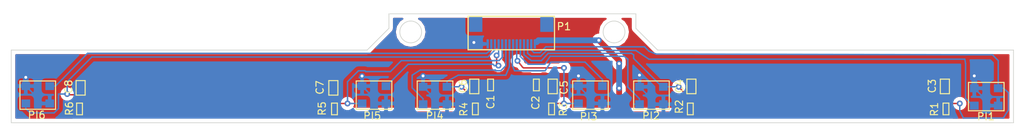
<source format=kicad_pcb>
(kicad_pcb (version 4) (host pcbnew 4.0.7)

  (general
    (links 66)
    (no_connects 1)
    (area 80.25 93.925 221.65 112.575)
    (thickness 1.6)
    (drawings 14)
    (tracks 280)
    (zones 0)
    (modules 21)
    (nets 15)
  )

  (page A4)
  (layers
    (0 F.Cu signal)
    (31 B.Cu signal hide)
    (32 B.Adhes user)
    (33 F.Adhes user)
    (34 B.Paste user)
    (35 F.Paste user)
    (36 B.SilkS user)
    (37 F.SilkS user)
    (38 B.Mask user)
    (39 F.Mask user)
    (40 Dwgs.User user)
    (41 Cmts.User user)
    (42 Eco1.User user)
    (43 Eco2.User user)
    (44 Edge.Cuts user)
    (45 Margin user)
    (46 B.CrtYd user)
    (47 F.CrtYd user)
    (48 B.Fab user)
    (49 F.Fab user)
  )

  (setup
    (last_trace_width 0.2)
    (trace_clearance 0.2)
    (zone_clearance 0.508)
    (zone_45_only no)
    (trace_min 0.2)
    (segment_width 0.2)
    (edge_width 0.15)
    (via_size 0.8)
    (via_drill 0.4)
    (via_min_size 0.8)
    (via_min_drill 0.4)
    (uvia_size 0.3)
    (uvia_drill 0.1)
    (uvias_allowed no)
    (uvia_min_size 0.2)
    (uvia_min_drill 0.1)
    (pcb_text_width 0.3)
    (pcb_text_size 1.5 1.5)
    (mod_edge_width 0.15)
    (mod_text_size 1 1)
    (mod_text_width 0.15)
    (pad_size 1.524 1.524)
    (pad_drill 0.762)
    (pad_to_mask_clearance 0.2)
    (aux_axis_origin 85.9 112)
    (visible_elements 7FFFFFFF)
    (pcbplotparams
      (layerselection 0x010f0_80000001)
      (usegerberextensions true)
      (excludeedgelayer true)
      (linewidth 0.100000)
      (plotframeref false)
      (viasonmask false)
      (mode 1)
      (useauxorigin false)
      (hpglpennumber 1)
      (hpglpenspeed 20)
      (hpglpendiameter 15)
      (hpglpenoverlay 2)
      (psnegative false)
      (psa4output false)
      (plotreference true)
      (plotvalue true)
      (plotinvisibletext false)
      (padsonsilk false)
      (subtractmaskfromsilk false)
      (outputformat 1)
      (mirror false)
      (drillshape 0)
      (scaleselection 1)
      (outputdirectory gerber/))
  )

  (net 0 "")
  (net 1 +3V3)
  (net 2 GND)
  (net 3 ANALOG_SEN1)
  (net 4 ANALOG_SEN2)
  (net 5 ANALOG_SEN3)
  (net 6 ANALOG_SEN4)
  (net 7 ANALOG_SEN5)
  (net 8 ANALOG_SEN6)
  (net 9 VR1)
  (net 10 VR2)
  (net 11 VR3)
  (net 12 VR4)
  (net 13 VR5)
  (net 14 VR6)

  (net_class Default "これは標準のネット クラスです。"
    (clearance 0.2)
    (trace_width 0.2)
    (via_dia 0.8)
    (via_drill 0.4)
    (uvia_dia 0.3)
    (uvia_drill 0.1)
    (add_net +3V3)
    (add_net ANALOG_SEN1)
    (add_net ANALOG_SEN2)
    (add_net ANALOG_SEN3)
    (add_net ANALOG_SEN4)
    (add_net ANALOG_SEN5)
    (add_net ANALOG_SEN6)
    (add_net GND)
    (add_net VR1)
    (add_net VR2)
    (add_net VR3)
    (add_net VR4)
    (add_net VR5)
    (add_net VR6)
  )

  (module GP2S700HCP:GP2S700HCP (layer F.Cu) (tedit 5B28E5A7) (tstamp 5B25F938)
    (at 131 112.9)
    (path /5B1E5878)
    (fp_text reference PI5 (at 4.7 -1.9) (layer F.SilkS)
      (effects (font (size 1 1) (thickness 0.15)))
    )
    (fp_text value GP2S700HCP (at 6.5 -10.3) (layer F.Fab)
      (effects (font (size 1 1) (thickness 0.15)))
    )
    (fp_line (start 2.5 -6.7) (end 7.4 -6.7) (layer F.SilkS) (width 0.15))
    (fp_line (start 7.4 -6.7) (end 7.4 -2.8) (layer F.SilkS) (width 0.15))
    (fp_line (start 7.4 -2.8) (end 2.5 -2.8) (layer F.SilkS) (width 0.15))
    (fp_line (start 2.5 -2.8) (end 2.5 -6.7) (layer F.SilkS) (width 0.15))
    (pad 1 smd rect (at 3.3 -6) (size 1.2 1.1) (layers B.Cu B.Paste B.Mask)
      (net 2 GND))
    (pad 4 smd rect (at 6.6 -6) (size 1.2 1.1) (layers B.Cu B.Paste B.Mask)
      (net 13 VR5))
    (pad 2 smd rect (at 3.3 -3.6) (size 1.2 1.1) (layers B.Cu B.Paste B.Mask)
      (net 7 ANALOG_SEN5))
    (pad 3 smd rect (at 6.6 -3.6) (size 1.2 1.1) (layers B.Cu B.Paste B.Mask)
      (net 2 GND))
  )

  (module GP2S700HCP:GP2S700HCP (layer F.Cu) (tedit 5B28E609) (tstamp 5B25F944)
    (at 84.7 112.9)
    (path /5B1E5A02)
    (fp_text reference PI6 (at 4.8 -2) (layer F.SilkS)
      (effects (font (size 1 1) (thickness 0.15)))
    )
    (fp_text value GP2S700HCP (at 6.6 -8.8) (layer F.Fab)
      (effects (font (size 1 1) (thickness 0.15)))
    )
    (fp_line (start 2.5 -6.7) (end 7.4 -6.7) (layer F.SilkS) (width 0.15))
    (fp_line (start 7.4 -6.7) (end 7.4 -2.8) (layer F.SilkS) (width 0.15))
    (fp_line (start 7.4 -2.8) (end 2.5 -2.8) (layer F.SilkS) (width 0.15))
    (fp_line (start 2.5 -2.8) (end 2.5 -6.7) (layer F.SilkS) (width 0.15))
    (pad 1 smd rect (at 3.3 -6) (size 1.2 1.1) (layers B.Cu B.Paste B.Mask)
      (net 2 GND))
    (pad 4 smd rect (at 6.6 -6) (size 1.2 1.1) (layers B.Cu B.Paste B.Mask)
      (net 14 VR6))
    (pad 2 smd rect (at 3.3 -3.6) (size 1.2 1.1) (layers B.Cu B.Paste B.Mask)
      (net 8 ANALOG_SEN6))
    (pad 3 smd rect (at 6.6 -3.6) (size 1.2 1.1) (layers B.Cu B.Paste B.Mask)
      (net 2 GND))
  )

  (module GP2S700HCP:GP2S700HCP (layer F.Cu) (tedit 5B28E562) (tstamp 5B25F908)
    (at 225.2 103.6 180)
    (path /5B1E5DF2)
    (fp_text reference PI1 (at 5 -7.5 180) (layer F.SilkS)
      (effects (font (size 1 1) (thickness 0.15)))
    )
    (fp_text value GP2S700HCP (at 5.1 -1.4 180) (layer F.Fab)
      (effects (font (size 1 1) (thickness 0.15)))
    )
    (fp_line (start 2.5 -6.7) (end 7.4 -6.7) (layer F.SilkS) (width 0.15))
    (fp_line (start 7.4 -6.7) (end 7.4 -2.8) (layer F.SilkS) (width 0.15))
    (fp_line (start 7.4 -2.8) (end 2.5 -2.8) (layer F.SilkS) (width 0.15))
    (fp_line (start 2.5 -2.8) (end 2.5 -6.7) (layer F.SilkS) (width 0.15))
    (pad 1 smd rect (at 3.3 -6 180) (size 1.2 1.1) (layers B.Cu B.Paste B.Mask)
      (net 2 GND))
    (pad 4 smd rect (at 6.6 -6 180) (size 1.2 1.1) (layers B.Cu B.Paste B.Mask)
      (net 9 VR1))
    (pad 2 smd rect (at 3.3 -3.6 180) (size 1.2 1.1) (layers B.Cu B.Paste B.Mask)
      (net 3 ANALOG_SEN1))
    (pad 3 smd rect (at 6.6 -3.6 180) (size 1.2 1.1) (layers B.Cu B.Paste B.Mask)
      (net 2 GND))
  )

  (module GP2S700HCP:GP2S700HCP (layer F.Cu) (tedit 5B28E58C) (tstamp 5B25F914)
    (at 179.1 103.4 180)
    (path /5B1E5E28)
    (fp_text reference PI2 (at 5 -7.6 180) (layer F.SilkS)
      (effects (font (size 1 1) (thickness 0.15)))
    )
    (fp_text value GP2S700HCP (at 5.1 -1.4 180) (layer F.Fab)
      (effects (font (size 1 1) (thickness 0.15)))
    )
    (fp_line (start 2.5 -6.7) (end 7.4 -6.7) (layer F.SilkS) (width 0.15))
    (fp_line (start 7.4 -6.7) (end 7.4 -2.8) (layer F.SilkS) (width 0.15))
    (fp_line (start 7.4 -2.8) (end 2.5 -2.8) (layer F.SilkS) (width 0.15))
    (fp_line (start 2.5 -2.8) (end 2.5 -6.7) (layer F.SilkS) (width 0.15))
    (pad 1 smd rect (at 3.3 -6 180) (size 1.2 1.1) (layers B.Cu B.Paste B.Mask)
      (net 2 GND))
    (pad 4 smd rect (at 6.6 -6 180) (size 1.2 1.1) (layers B.Cu B.Paste B.Mask)
      (net 10 VR2))
    (pad 2 smd rect (at 3.3 -3.6 180) (size 1.2 1.1) (layers B.Cu B.Paste B.Mask)
      (net 4 ANALOG_SEN2))
    (pad 3 smd rect (at 6.6 -3.6 180) (size 1.2 1.1) (layers B.Cu B.Paste B.Mask)
      (net 2 GND))
  )

  (module C_2012_HandSolderring_0.1u:C_2012_HandSolderring_0.1u (layer F.Cu) (tedit 5B28E548) (tstamp 5B25F8C4)
    (at 162.5 109.3 90)
    (path /5B1CF931)
    (fp_text reference C5 (at 2.2 -0.4 90) (layer F.SilkS)
      (effects (font (size 1 1) (thickness 0.15)))
    )
    (fp_text value 1000p (at 1.5 -5.5 90) (layer F.Fab)
      (effects (font (size 1 1) (thickness 0.15)))
    )
    (fp_line (start 1.35 -2.575) (end 1.35 -1.325) (layer F.SilkS) (width 0.15))
    (fp_line (start 1.35 -1.325) (end 3.35 -1.325) (layer F.SilkS) (width 0.15))
    (fp_line (start 3.35 -2.575) (end 3.35 -1.325) (layer F.SilkS) (width 0.15))
    (fp_line (start 1.35 -2.575) (end 3.35 -2.575) (layer F.SilkS) (width 0.15))
    (pad 1 smd rect (at 1.4 -1.95 90) (size 0.7 1.1) (layers F.Cu F.Paste F.Mask)
      (net 5 ANALOG_SEN3))
    (pad 2 smd rect (at 3.3 -1.95 90) (size 0.7 1.1) (layers F.Cu F.Paste F.Mask)
      (net 2 GND))
  )

  (module GP2S700HCP:GP2S700HCP locked (layer F.Cu) (tedit 5B28E59B) (tstamp 5B25F920)
    (at 160.8 112.9)
    (path /5B1CEE93)
    (fp_text reference PI3 (at 4.7 -1.8) (layer F.SilkS)
      (effects (font (size 1 1) (thickness 0.15)))
    )
    (fp_text value GP2S700HCP (at 4.4 -9.4) (layer F.Fab)
      (effects (font (size 1 1) (thickness 0.15)))
    )
    (fp_line (start 2.5 -6.7) (end 7.4 -6.7) (layer F.SilkS) (width 0.15))
    (fp_line (start 7.4 -6.7) (end 7.4 -2.8) (layer F.SilkS) (width 0.15))
    (fp_line (start 7.4 -2.8) (end 2.5 -2.8) (layer F.SilkS) (width 0.15))
    (fp_line (start 2.5 -2.8) (end 2.5 -6.7) (layer F.SilkS) (width 0.15))
    (pad 1 smd rect (at 3.3 -6) (size 1.2 1.1) (layers B.Cu B.Paste B.Mask)
      (net 2 GND))
    (pad 4 smd rect (at 6.6 -6) (size 1.2 1.1) (layers B.Cu B.Paste B.Mask)
      (net 11 VR3))
    (pad 2 smd rect (at 3.3 -3.6) (size 1.2 1.1) (layers B.Cu B.Paste B.Mask)
      (net 5 ANALOG_SEN3))
    (pad 3 smd rect (at 6.6 -3.6) (size 1.2 1.1) (layers B.Cu B.Paste B.Mask)
      (net 2 GND))
  )

  (module GP2S700HCP:GP2S700HCP (layer F.Cu) (tedit 5B28E57B) (tstamp 5B25F92C)
    (at 149.3 103.4 180)
    (path /5B1E5688)
    (fp_text reference PI4 (at 5 -7.6 180) (layer F.SilkS)
      (effects (font (size 1 1) (thickness 0.15)))
    )
    (fp_text value GP2S700HCP (at 4.6 -0.5 180) (layer F.Fab)
      (effects (font (size 1 1) (thickness 0.15)))
    )
    (fp_line (start 2.5 -6.7) (end 7.4 -6.7) (layer F.SilkS) (width 0.15))
    (fp_line (start 7.4 -6.7) (end 7.4 -2.8) (layer F.SilkS) (width 0.15))
    (fp_line (start 7.4 -2.8) (end 2.5 -2.8) (layer F.SilkS) (width 0.15))
    (fp_line (start 2.5 -2.8) (end 2.5 -6.7) (layer F.SilkS) (width 0.15))
    (pad 1 smd rect (at 3.3 -6 180) (size 1.2 1.1) (layers B.Cu B.Paste B.Mask)
      (net 2 GND))
    (pad 4 smd rect (at 6.6 -6 180) (size 1.2 1.1) (layers B.Cu B.Paste B.Mask)
      (net 12 VR4))
    (pad 2 smd rect (at 3.3 -3.6 180) (size 1.2 1.1) (layers B.Cu B.Paste B.Mask)
      (net 6 ANALOG_SEN4))
    (pad 3 smd rect (at 6.6 -3.6 180) (size 1.2 1.1) (layers B.Cu B.Paste B.Mask)
      (net 2 GND))
  )

  (module C_1608_HandSolderring_1000pF:C_1608_HandSolderring_1000pF (layer F.Cu) (tedit 5B28E544) (tstamp 5B25F89C)
    (at 152.9 108.1 90)
    (path /5B1E3960)
    (fp_text reference C1 (at -1 -0.9 90) (layer F.SilkS)
      (effects (font (size 1 1) (thickness 0.15)))
    )
    (fp_text value 0.1u (at 0.8 -1.9 90) (layer F.Fab)
      (effects (font (size 1 1) (thickness 0.15)))
    )
    (fp_line (start 0.55 -0.5) (end 2.15 -0.5) (layer F.SilkS) (width 0.15))
    (fp_line (start 0.55 -1.3) (end 0.55 -0.5) (layer F.SilkS) (width 0.15))
    (fp_line (start 0.55 -1.3) (end 2.15 -1.3) (layer F.SilkS) (width 0.15))
    (fp_line (start 2.15 -1.3) (end 2.15 -0.5) (layer F.SilkS) (width 0.15))
    (pad 1 smd rect (at 0.625 -0.9 90) (size 0.7 0.8) (layers F.Cu F.Paste F.Mask)
      (net 1 +3V3))
    (pad 2 smd rect (at 2.125 -0.9 90) (size 0.7 0.8) (layers F.Cu F.Paste F.Mask)
      (net 2 GND))
  )

  (module C_1608_HandSolderring_1000pF:C_1608_HandSolderring_1000pF (layer F.Cu) (tedit 5B28E53C) (tstamp 5B25F8A6)
    (at 159.2 108.1 90)
    (path /5B1E3987)
    (fp_text reference C2 (at -1.1 -1 90) (layer F.SilkS)
      (effects (font (size 1 1) (thickness 0.15)))
    )
    (fp_text value 0.1u (at 1.6 0.5 90) (layer F.Fab)
      (effects (font (size 1 1) (thickness 0.15)))
    )
    (fp_line (start 0.55 -0.5) (end 2.15 -0.5) (layer F.SilkS) (width 0.15))
    (fp_line (start 0.55 -1.3) (end 0.55 -0.5) (layer F.SilkS) (width 0.15))
    (fp_line (start 0.55 -1.3) (end 2.15 -1.3) (layer F.SilkS) (width 0.15))
    (fp_line (start 2.15 -1.3) (end 2.15 -0.5) (layer F.SilkS) (width 0.15))
    (pad 1 smd rect (at 0.625 -0.9 90) (size 0.7 0.8) (layers F.Cu F.Paste F.Mask)
      (net 1 +3V3))
    (pad 2 smd rect (at 2.125 -0.9 90) (size 0.7 0.8) (layers F.Cu F.Paste F.Mask)
      (net 2 GND))
  )

  (module C_2012_HandSolderring_0.1u:C_2012_HandSolderring_0.1u (layer F.Cu) (tedit 5B28E573) (tstamp 5B25F8B0)
    (at 216.5 109.3 90)
    (path /5B1E5E12)
    (fp_text reference C3 (at 2.4 -3.7 90) (layer F.SilkS)
      (effects (font (size 1 1) (thickness 0.15)))
    )
    (fp_text value 1000p (at 3.7 -5 90) (layer F.Fab)
      (effects (font (size 1 1) (thickness 0.15)))
    )
    (fp_line (start 1.35 -2.575) (end 1.35 -1.325) (layer F.SilkS) (width 0.15))
    (fp_line (start 1.35 -1.325) (end 3.35 -1.325) (layer F.SilkS) (width 0.15))
    (fp_line (start 3.35 -2.575) (end 3.35 -1.325) (layer F.SilkS) (width 0.15))
    (fp_line (start 1.35 -2.575) (end 3.35 -2.575) (layer F.SilkS) (width 0.15))
    (pad 1 smd rect (at 1.4 -1.95 90) (size 0.7 1.1) (layers F.Cu F.Paste F.Mask)
      (net 3 ANALOG_SEN1))
    (pad 2 smd rect (at 3.3 -1.95 90) (size 0.7 1.1) (layers F.Cu F.Paste F.Mask)
      (net 2 GND))
  )

  (module C_2012_HandSolderring_0.1u:C_2012_HandSolderring_0.1u (layer F.Cu) (tedit 5B28E552) (tstamp 5B25F8BA)
    (at 181.6 109.3 90)
    (path /5B1E5E48)
    (fp_text reference C4 (at 2.4 -3.6 90) (layer F.SilkS)
      (effects (font (size 1 1) (thickness 0.15)))
    )
    (fp_text value 1000p (at 5.1 -0.2 180) (layer F.Fab)
      (effects (font (size 1 1) (thickness 0.15)))
    )
    (fp_line (start 1.35 -2.575) (end 1.35 -1.325) (layer F.SilkS) (width 0.15))
    (fp_line (start 1.35 -1.325) (end 3.35 -1.325) (layer F.SilkS) (width 0.15))
    (fp_line (start 3.35 -2.575) (end 3.35 -1.325) (layer F.SilkS) (width 0.15))
    (fp_line (start 1.35 -2.575) (end 3.35 -2.575) (layer F.SilkS) (width 0.15))
    (pad 1 smd rect (at 1.4 -1.95 90) (size 0.7 1.1) (layers F.Cu F.Paste F.Mask)
      (net 4 ANALOG_SEN2))
    (pad 2 smd rect (at 3.3 -1.95 90) (size 0.7 1.1) (layers F.Cu F.Paste F.Mask)
      (net 2 GND))
  )

  (module C_2012_HandSolderring_0.1u:C_2012_HandSolderring_0.1u (layer F.Cu) (tedit 5B262246) (tstamp 5B25F8CE)
    (at 151.7 109.3 90)
    (path /5B1E56A8)
    (fp_text reference C6 (at 2.4 -3.5 90) (layer F.SilkS)
      (effects (font (size 1 1) (thickness 0.15)))
    )
    (fp_text value 1000p (at 1.5 1.8 90) (layer F.Fab)
      (effects (font (size 1 1) (thickness 0.15)))
    )
    (fp_line (start 1.35 -2.575) (end 1.35 -1.325) (layer F.SilkS) (width 0.15))
    (fp_line (start 1.35 -1.325) (end 3.35 -1.325) (layer F.SilkS) (width 0.15))
    (fp_line (start 3.35 -2.575) (end 3.35 -1.325) (layer F.SilkS) (width 0.15))
    (fp_line (start 1.35 -2.575) (end 3.35 -2.575) (layer F.SilkS) (width 0.15))
    (pad 1 smd rect (at 1.4 -1.95 90) (size 0.7 1.1) (layers F.Cu F.Paste F.Mask)
      (net 6 ANALOG_SEN4))
    (pad 2 smd rect (at 3.3 -1.95 90) (size 0.7 1.1) (layers F.Cu F.Paste F.Mask)
      (net 2 GND))
  )

  (module C_2012_HandSolderring_0.1u:C_2012_HandSolderring_0.1u (layer F.Cu) (tedit 5B28E5FD) (tstamp 5B25F8D8)
    (at 132.3 109.5 90)
    (path /5B1E5898)
    (fp_text reference C7 (at 2.4 -3.8 90) (layer F.SilkS)
      (effects (font (size 1 1) (thickness 0.15)))
    )
    (fp_text value 1000p (at 3.525 0.25 90) (layer F.Fab)
      (effects (font (size 1 1) (thickness 0.15)))
    )
    (fp_line (start 1.35 -2.575) (end 1.35 -1.325) (layer F.SilkS) (width 0.15))
    (fp_line (start 1.35 -1.325) (end 3.35 -1.325) (layer F.SilkS) (width 0.15))
    (fp_line (start 3.35 -2.575) (end 3.35 -1.325) (layer F.SilkS) (width 0.15))
    (fp_line (start 1.35 -2.575) (end 3.35 -2.575) (layer F.SilkS) (width 0.15))
    (pad 1 smd rect (at 1.4 -1.95 90) (size 0.7 1.1) (layers F.Cu F.Paste F.Mask)
      (net 7 ANALOG_SEN5))
    (pad 2 smd rect (at 3.3 -1.95 90) (size 0.7 1.1) (layers F.Cu F.Paste F.Mask)
      (net 2 GND))
  )

  (module C_2012_HandSolderring_0.1u:C_2012_HandSolderring_0.1u (layer F.Cu) (tedit 5B28E60C) (tstamp 5B25F8E2)
    (at 97.5 109.5 90)
    (path /5B1E5A22)
    (fp_text reference C8 (at 2.5 -3.6 90) (layer F.SilkS)
      (effects (font (size 1 1) (thickness 0.15)))
    )
    (fp_text value 1000p (at 3.525 0.25 90) (layer F.Fab)
      (effects (font (size 1 1) (thickness 0.15)))
    )
    (fp_line (start 1.35 -2.575) (end 1.35 -1.325) (layer F.SilkS) (width 0.15))
    (fp_line (start 1.35 -1.325) (end 3.35 -1.325) (layer F.SilkS) (width 0.15))
    (fp_line (start 3.35 -2.575) (end 3.35 -1.325) (layer F.SilkS) (width 0.15))
    (fp_line (start 1.35 -2.575) (end 3.35 -2.575) (layer F.SilkS) (width 0.15))
    (pad 1 smd rect (at 1.4 -1.95 90) (size 0.7 1.1) (layers F.Cu F.Paste F.Mask)
      (net 8 ANALOG_SEN6))
    (pad 2 smd rect (at 3.3 -1.95 90) (size 0.7 1.1) (layers F.Cu F.Paste F.Mask)
      (net 2 GND))
  )

  (module R_1608_HandSoldering:R_1608_HandSoldering (layer F.Cu) (tedit 5B28E56A) (tstamp 5B25F94A)
    (at 216.3 112.2 90)
    (path /5B267697)
    (fp_text reference R1 (at 2.1 -3.2 90) (layer F.SilkS)
      (effects (font (size 1 1) (thickness 0.15)))
    )
    (fp_text value 100k (at 2.2 -4.8 90) (layer F.Fab)
      (effects (font (size 1 1) (thickness 0.15)))
    )
    (fp_line (start 2.95 -2) (end 2.95 -1.2) (layer F.SilkS) (width 0.15))
    (fp_line (start 1.35 -1.2) (end 2.95 -1.2) (layer F.SilkS) (width 0.15))
    (fp_line (start 1.35 -2) (end 1.35 -1.2) (layer F.SilkS) (width 0.15))
    (fp_line (start 1.35 -2) (end 2.95 -2) (layer F.SilkS) (width 0.15))
    (pad 1 smd rect (at 1.4 -1.6 90) (size 0.5 0.8) (layers F.Cu F.Paste F.Mask)
      (net 1 +3V3))
    (pad 2 smd rect (at 2.9 -1.6 90) (size 0.5 0.8) (layers F.Cu F.Paste F.Mask)
      (net 3 ANALOG_SEN1))
  )

  (module R_1608_HandSoldering:R_1608_HandSoldering (layer F.Cu) (tedit 5B2774AC) (tstamp 5B25F950)
    (at 181.1 112.2 90)
    (path /5B2676D4)
    (fp_text reference R2 (at 2.45 -3.125 90) (layer F.SilkS)
      (effects (font (size 1 1) (thickness 0.15)))
    )
    (fp_text value 100k (at -0.3 -0.7 180) (layer F.Fab)
      (effects (font (size 1 1) (thickness 0.15)))
    )
    (fp_line (start 2.95 -2) (end 2.95 -1.2) (layer F.SilkS) (width 0.15))
    (fp_line (start 1.35 -1.2) (end 2.95 -1.2) (layer F.SilkS) (width 0.15))
    (fp_line (start 1.35 -2) (end 1.35 -1.2) (layer F.SilkS) (width 0.15))
    (fp_line (start 1.35 -2) (end 2.95 -2) (layer F.SilkS) (width 0.15))
    (pad 1 smd rect (at 1.4 -1.6 90) (size 0.5 0.8) (layers F.Cu F.Paste F.Mask)
      (net 1 +3V3))
    (pad 2 smd rect (at 2.9 -1.6 90) (size 0.5 0.8) (layers F.Cu F.Paste F.Mask)
      (net 4 ANALOG_SEN2))
  )

  (module R_1608_HandSoldering:R_1608_HandSoldering (layer F.Cu) (tedit 5B28E522) (tstamp 5B25F956)
    (at 162 112.2 90)
    (path /5B26770B)
    (fp_text reference R3 (at 2.1 0 90) (layer F.SilkS)
      (effects (font (size 1 1) (thickness 0.15)))
    )
    (fp_text value 100k (at 0.1 -4 180) (layer F.Fab)
      (effects (font (size 1 1) (thickness 0.15)))
    )
    (fp_line (start 2.95 -2) (end 2.95 -1.2) (layer F.SilkS) (width 0.15))
    (fp_line (start 1.35 -1.2) (end 2.95 -1.2) (layer F.SilkS) (width 0.15))
    (fp_line (start 1.35 -2) (end 1.35 -1.2) (layer F.SilkS) (width 0.15))
    (fp_line (start 1.35 -2) (end 2.95 -2) (layer F.SilkS) (width 0.15))
    (pad 1 smd rect (at 1.4 -1.6 90) (size 0.5 0.8) (layers F.Cu F.Paste F.Mask)
      (net 1 +3V3))
    (pad 2 smd rect (at 2.9 -1.6 90) (size 0.5 0.8) (layers F.Cu F.Paste F.Mask)
      (net 5 ANALOG_SEN3))
  )

  (module R_1608_HandSoldering:R_1608_HandSoldering (layer F.Cu) (tedit 5B2774EF) (tstamp 5B25F95C)
    (at 151.5 112.2 90)
    (path /5B267744)
    (fp_text reference R4 (at 2.1 -3.2 90) (layer F.SilkS)
      (effects (font (size 1 1) (thickness 0.15)))
    )
    (fp_text value 100k (at 0.1 -1.7 360) (layer F.Fab)
      (effects (font (size 1 1) (thickness 0.15)))
    )
    (fp_line (start 2.95 -2) (end 2.95 -1.2) (layer F.SilkS) (width 0.15))
    (fp_line (start 1.35 -1.2) (end 2.95 -1.2) (layer F.SilkS) (width 0.15))
    (fp_line (start 1.35 -2) (end 1.35 -1.2) (layer F.SilkS) (width 0.15))
    (fp_line (start 1.35 -2) (end 2.95 -2) (layer F.SilkS) (width 0.15))
    (pad 1 smd rect (at 1.4 -1.6 90) (size 0.5 0.8) (layers F.Cu F.Paste F.Mask)
      (net 1 +3V3))
    (pad 2 smd rect (at 2.9 -1.6 90) (size 0.5 0.8) (layers F.Cu F.Paste F.Mask)
      (net 6 ANALOG_SEN4))
  )

  (module R_1608_HandSoldering:R_1608_HandSoldering (layer F.Cu) (tedit 5B28E5F9) (tstamp 5B25F962)
    (at 132.1 112.2 90)
    (path /5B26777F)
    (fp_text reference R5 (at 2.2 -3.3 90) (layer F.SilkS)
      (effects (font (size 1 1) (thickness 0.15)))
    )
    (fp_text value 100k (at 2.875 0.225 90) (layer F.Fab)
      (effects (font (size 1 1) (thickness 0.15)))
    )
    (fp_line (start 2.95 -2) (end 2.95 -1.2) (layer F.SilkS) (width 0.15))
    (fp_line (start 1.35 -1.2) (end 2.95 -1.2) (layer F.SilkS) (width 0.15))
    (fp_line (start 1.35 -2) (end 1.35 -1.2) (layer F.SilkS) (width 0.15))
    (fp_line (start 1.35 -2) (end 2.95 -2) (layer F.SilkS) (width 0.15))
    (pad 1 smd rect (at 1.4 -1.6 90) (size 0.5 0.8) (layers F.Cu F.Paste F.Mask)
      (net 1 +3V3))
    (pad 2 smd rect (at 2.9 -1.6 90) (size 0.5 0.8) (layers F.Cu F.Paste F.Mask)
      (net 7 ANALOG_SEN5))
  )

  (module R_1608_HandSoldering:R_1608_HandSoldering (layer F.Cu) (tedit 5B28E60E) (tstamp 5B25F968)
    (at 97 112.2 90)
    (path /5B2677E4)
    (fp_text reference R6 (at 2.2 -3 90) (layer F.SilkS)
      (effects (font (size 1 1) (thickness 0.15)))
    )
    (fp_text value 100k (at 2.875 0.225 90) (layer F.Fab)
      (effects (font (size 1 1) (thickness 0.15)))
    )
    (fp_line (start 2.95 -2) (end 2.95 -1.2) (layer F.SilkS) (width 0.15))
    (fp_line (start 1.35 -1.2) (end 2.95 -1.2) (layer F.SilkS) (width 0.15))
    (fp_line (start 1.35 -2) (end 1.35 -1.2) (layer F.SilkS) (width 0.15))
    (fp_line (start 1.35 -2) (end 2.95 -2) (layer F.SilkS) (width 0.15))
    (pad 1 smd rect (at 1.4 -1.6 90) (size 0.5 0.8) (layers F.Cu F.Paste F.Mask)
      (net 1 +3V3))
    (pad 2 smd rect (at 2.9 -1.6 90) (size 0.5 0.8) (layers F.Cu F.Paste F.Mask)
      (net 8 ANALOG_SEN6))
  )

  (module "CN-FFC-SMT2(CN-FFC(0:CN-FFC-SMT2(CN-FFC(0.5)14PD)" (layer F.Cu) (tedit 5B28E513) (tstamp 5B28C679)
    (at 161.1 96.6 180)
    (path /5B288245)
    (fp_text reference P1 (at -1 -2.1 180) (layer F.SilkS)
      (effects (font (size 1 1) (thickness 0.15)))
    )
    (fp_text value "CN-FFC-SMT2(CN-FFC(0.5)14PD)" (at 7.8 0.7 180) (layer F.Fab)
      (effects (font (size 1 1) (thickness 0.15)))
    )
    (fp_line (start 0.3 -5.3) (end 0.3 -0.7) (layer F.SilkS) (width 0.15))
    (fp_line (start 12.2 -5.3) (end 0.3 -5.3) (layer F.SilkS) (width 0.15))
    (fp_line (start 12.2 -0.7) (end 12.2 -5.3) (layer F.SilkS) (width 0.15))
    (fp_line (start 0.3 -0.7) (end 12.2 -0.7) (layer F.SilkS) (width 0.15))
    (fp_line (start 0.3 -0.7) (end 12.2 -0.7) (layer F.SilkS) (width 0.15))
    (fp_line (start 12.2 -0.7) (end 12.2 -5.3) (layer F.SilkS) (width 0.15))
    (fp_line (start 12.2 -5.3) (end 0.3 -5.3) (layer F.SilkS) (width 0.15))
    (fp_line (start 0.3 -5.3) (end 0.3 -0.7) (layer F.SilkS) (width 0.15))
    (pad 14 smd rect (at 9.5 -4.5 180) (size 0.3 1.25) (layers B.Cu B.Paste B.Mask)
      (net 2 GND))
    (pad 13 smd rect (at 9 -4.5 180) (size 0.3 1.25) (layers B.Cu B.Paste B.Mask)
      (net 14 VR6))
    (pad 12 smd rect (at 8.5 -4.5 180) (size 0.3 1.25) (layers B.Cu B.Paste B.Mask)
      (net 8 ANALOG_SEN6))
    (pad 11 smd rect (at 8 -4.5 180) (size 0.3 1.25) (layers B.Cu B.Paste B.Mask)
      (net 13 VR5))
    (pad 10 smd rect (at 7.5 -4.5 180) (size 0.3 1.25) (layers B.Cu B.Paste B.Mask)
      (net 7 ANALOG_SEN5))
    (pad 9 smd rect (at 7 -4.5 180) (size 0.3 1.25) (layers B.Cu B.Paste B.Mask)
      (net 12 VR4))
    (pad 8 smd rect (at 6.5 -4.5 180) (size 0.3 1.25) (layers B.Cu B.Paste B.Mask)
      (net 6 ANALOG_SEN4))
    (pad 7 smd rect (at 6 -4.5 180) (size 0.3 1.25) (layers B.Cu B.Paste B.Mask)
      (net 11 VR3))
    (pad 6 smd rect (at 5.5 -4.5 180) (size 0.3 1.25) (layers B.Cu B.Paste B.Mask)
      (net 5 ANALOG_SEN3))
    (pad 5 smd rect (at 5 -4.5 180) (size 0.3 1.25) (layers B.Cu B.Paste B.Mask)
      (net 10 VR2))
    (pad 4 smd rect (at 4.5 -4.5 180) (size 0.3 1.25) (layers B.Cu B.Paste B.Mask)
      (net 4 ANALOG_SEN2))
    (pad 3 smd rect (at 4 -4.5 180) (size 0.3 1.25) (layers B.Cu B.Paste B.Mask)
      (net 9 VR1))
    (pad 2 smd rect (at 3.5 -4.5 180) (size 0.3 1.25) (layers B.Cu B.Paste B.Mask)
      (net 3 ANALOG_SEN1))
    (pad "" smd rect (at 1.35 -1.825 180) (size 1.8 2) (layers B.Cu B.Paste B.Mask))
    (pad "" smd rect (at 11.15 -1.825 180) (size 1.8 2) (layers B.Cu B.Paste B.Mask))
    (pad 1 smd rect (at 3 -4.5 180) (size 0.3 1.25) (layers B.Cu B.Paste B.Mask)
      (net 1 +3V3))
    (pad 1 smd rect (at 3 -4.5 180) (size 0.3 1.25) (layers B.Cu B.Paste B.Mask)
      (net 1 +3V3))
    (pad "" smd rect (at 11.15 -1.825 180) (size 1.8 2) (layers B.Cu B.Paste B.Mask))
    (pad "" smd rect (at 1.35 -1.825 180) (size 1.8 2) (layers B.Cu B.Paste B.Mask))
    (pad 2 smd rect (at 3.5 -4.5 180) (size 0.3 1.25) (layers B.Cu B.Paste B.Mask)
      (net 3 ANALOG_SEN1))
    (pad 3 smd rect (at 4 -4.5 180) (size 0.3 1.25) (layers B.Cu B.Paste B.Mask)
      (net 9 VR1))
    (pad 4 smd rect (at 4.5 -4.5 180) (size 0.3 1.25) (layers B.Cu B.Paste B.Mask)
      (net 4 ANALOG_SEN2))
    (pad 5 smd rect (at 5 -4.5 180) (size 0.3 1.25) (layers B.Cu B.Paste B.Mask)
      (net 10 VR2))
    (pad 6 smd rect (at 5.5 -4.5 180) (size 0.3 1.25) (layers B.Cu B.Paste B.Mask)
      (net 5 ANALOG_SEN3))
    (pad 7 smd rect (at 6 -4.5 180) (size 0.3 1.25) (layers B.Cu B.Paste B.Mask)
      (net 11 VR3))
    (pad 8 smd rect (at 6.5 -4.5 180) (size 0.3 1.25) (layers B.Cu B.Paste B.Mask)
      (net 6 ANALOG_SEN4))
    (pad 9 smd rect (at 7 -4.5 180) (size 0.3 1.25) (layers B.Cu B.Paste B.Mask)
      (net 12 VR4))
    (pad 10 smd rect (at 7.5 -4.5 180) (size 0.3 1.25) (layers B.Cu B.Paste B.Mask)
      (net 7 ANALOG_SEN5))
    (pad 11 smd rect (at 8 -4.5 180) (size 0.3 1.25) (layers B.Cu B.Paste B.Mask)
      (net 13 VR5))
    (pad 12 smd rect (at 8.5 -4.5 180) (size 0.3 1.25) (layers B.Cu B.Paste B.Mask)
      (net 8 ANALOG_SEN6))
    (pad 13 smd rect (at 9 -4.5 180) (size 0.3 1.25) (layers B.Cu B.Paste B.Mask)
      (net 14 VR6))
    (pad 14 smd rect (at 9.5 -4.5 180) (size 0.3 1.25) (layers B.Cu B.Paste B.Mask)
      (net 2 GND))
  )

  (gr_line (start 108.55 104.5) (end 108.55 104.45) (angle 90) (layer F.Fab) (width 0.2))
  (gr_line (start 155 112.7) (end 155 104.6) (angle 90) (layer F.Fab) (width 0.2))
  (gr_circle (center 169 99.449496) (end 169 100.949496) (layer Edge.Cuts) (width 0.1))
  (gr_circle (center 141 99.449496) (end 141 100.949496) (layer Edge.Cuts) (width 0.1))
  (gr_line (start 86 101.95) (end 86 111.95) (layer Edge.Cuts) (width 0.1))
  (gr_line (start 135 101.95) (end 86 101.95) (layer Edge.Cuts) (width 0.1))
  (gr_line (start 138 98.95) (end 135 101.95) (layer Edge.Cuts) (width 0.1))
  (gr_line (start 138 96.95) (end 138 98.95) (layer Edge.Cuts) (width 0.1))
  (gr_line (start 172 96.95) (end 138 96.95) (layer Edge.Cuts) (width 0.1))
  (gr_line (start 172 98.95) (end 172 96.95) (layer Edge.Cuts) (width 0.1))
  (gr_line (start 175 101.95) (end 172 98.95) (layer Edge.Cuts) (width 0.1))
  (gr_line (start 224 101.95) (end 175 101.95) (layer Edge.Cuts) (width 0.1))
  (gr_line (start 224 111.95) (end 224 101.95) (layer Edge.Cuts) (width 0.1))
  (gr_line (start 86 111.95) (end 224 111.95) (layer Edge.Cuts) (width 0.1))

  (segment (start 166.9 100.6) (end 158.6 100.6) (width 0.8) (layer B.Cu) (net 1))
  (segment (start 158.6 100.6) (end 158.350001 100.849999) (width 0.8) (layer B.Cu) (net 1))
  (via (at 166.9 100.6) (size 0.8) (drill 0.4) (layers F.Cu B.Cu) (net 1))
  (segment (start 166.9 100.6) (end 169.7 103.4) (width 0.8) (layer F.Cu) (net 1) (tstamp 5B28CD7B))
  (segment (start 169.7 103.4) (end 169.7 103.8) (width 0.8) (layer F.Cu) (net 1) (tstamp 5B28CD7C))
  (via (at 169.7 103.8) (size 0.8) (drill 0.4) (layers F.Cu B.Cu) (net 1))
  (segment (start 169.7 103.8) (end 169.7 107.2) (width 0.8) (layer B.Cu) (net 1) (tstamp 5B28CD84))
  (via (at 169.7 107.2) (size 0.8) (drill 0.4) (layers F.Cu B.Cu) (net 1))
  (segment (start 169.7 107.2) (end 169.7 110.8) (width 0.8) (layer F.Cu) (net 1) (tstamp 5B28CD8D))
  (segment (start 169.7 110.8) (end 169.7 110.7) (width 0.2) (layer F.Cu) (net 1) (tstamp 5B28CD8E))
  (segment (start 169.7 110.7) (end 169.7 110.8) (width 0.2) (layer F.Cu) (net 1) (tstamp 5B28CD93))
  (segment (start 158.3 107.475) (end 158.3 110.8) (width 0.2) (layer F.Cu) (net 1))
  (segment (start 152 107.475) (end 152 110.8) (width 0.2) (layer F.Cu) (net 1))
  (segment (start 95.4 110.8) (end 124.6 110.8) (width 0.8) (layer F.Cu) (net 1) (status 10))
  (segment (start 124.6 110.8) (end 130.5 110.8) (width 0.8) (layer F.Cu) (net 1) (tstamp 5B2620E2))
  (segment (start 179.5 110.8) (end 189.2 110.8) (width 0.8) (layer F.Cu) (net 1))
  (segment (start 189.2 110.8) (end 214.7 110.8) (width 0.8) (layer F.Cu) (net 1) (tstamp 5B26205A) (status 20))
  (segment (start 149.9 110.8) (end 130.5 110.8) (width 0.8) (layer F.Cu) (net 1))
  (segment (start 160.4 110.8) (end 169.7 110.8) (width 0.8) (layer F.Cu) (net 1))
  (segment (start 169.7 110.8) (end 179.5 110.8) (width 0.8) (layer F.Cu) (net 1) (tstamp 5B28CD95))
  (segment (start 160.4 110.8) (end 158.3 110.8) (width 0.8) (layer F.Cu) (net 1))
  (segment (start 158.3 110.8) (end 155.4 110.8) (width 0.8) (layer F.Cu) (net 1) (tstamp 5B27859D))
  (segment (start 154.6 110.8) (end 152 110.8) (width 0.8) (layer F.Cu) (net 1) (tstamp 5B2622A5))
  (segment (start 155 110.8) (end 154.6 110.8) (width 0.8) (layer F.Cu) (net 1) (tstamp 5B278AAC))
  (segment (start 155.2 110.8) (end 155 110.8) (width 0.8) (layer F.Cu) (net 1) (tstamp 5B278614))
  (segment (start 155.4 110.8) (end 155.2 110.8) (width 0.8) (layer F.Cu) (net 1) (tstamp 5B2792F3))
  (segment (start 152 110.8) (end 149.9 110.8) (width 0.8) (layer F.Cu) (net 1) (tstamp 5B278595))
  (via (at 134.300013 105.518636) (size 0.8) (drill 0.4) (layers F.Cu B.Cu) (net 2))
  (segment (start 151.6 101.1) (end 149.9 101.1) (width 0.2) (layer B.Cu) (net 2))
  (segment (start 149.75 100.95) (end 149.75 106) (width 0.2) (layer F.Cu) (net 2) (tstamp 5B28CCC2))
  (segment (start 149.7 100.9) (end 149.75 100.95) (width 0.2) (layer F.Cu) (net 2) (tstamp 5B28CCC1))
  (via (at 149.7 100.9) (size 0.8) (drill 0.4) (layers F.Cu B.Cu) (net 2))
  (segment (start 149.9 101.1) (end 149.7 100.9) (width 0.2) (layer B.Cu) (net 2) (tstamp 5B28CCBB))
  (segment (start 152 105.975) (end 152 105.7) (width 0.2) (layer F.Cu) (net 2))
  (segment (start 152 105.7) (end 151.8 105.5) (width 0.2) (layer F.Cu) (net 2) (tstamp 5B28CB9D))
  (segment (start 95.55 106.2) (end 95.55 105.6) (width 0.2) (layer F.Cu) (net 2))
  (segment (start 95.55 105.6) (end 95.5 105.6) (width 0.2) (layer F.Cu) (net 2) (tstamp 5B28C8F3))
  (segment (start 130.4 105.5) (end 95.5 105.6) (width 0.8) (layer F.Cu) (net 2))
  (segment (start 95.5 105.6) (end 88.1 105.6) (width 0.8) (layer F.Cu) (net 2) (tstamp 5B28C8F6))
  (segment (start 88.1 105.6) (end 88 105.7) (width 0.8) (layer F.Cu) (net 2) (tstamp 5B28C8D0))
  (via (at 88 105.7) (size 0.8) (drill 0.4) (layers F.Cu B.Cu) (net 2))
  (segment (start 88 105.7) (end 88 106.9) (width 0.8) (layer B.Cu) (net 2) (tstamp 5B28C8D6))
  (segment (start 134.300013 105.518636) (end 130.4 105.5) (width 0.8) (layer F.Cu) (net 2))
  (segment (start 130.4 105.5) (end 130.35 105.85) (width 0.2) (layer F.Cu) (net 2) (tstamp 5B28C8B7) (status 20))
  (segment (start 130.35 105.85) (end 130.35 106.2) (width 0.2) (layer F.Cu) (net 2) (tstamp 5B28C8BB) (status 30))
  (segment (start 214.6 105.4) (end 218.5 105.4) (width 0.8) (layer F.Cu) (net 2))
  (segment (start 218.5 105.4) (end 218.6 105.5) (width 0.8) (layer F.Cu) (net 2) (tstamp 5B28C885))
  (via (at 218.6 105.5) (size 0.8) (drill 0.4) (layers F.Cu B.Cu) (net 2))
  (segment (start 218.6 105.5) (end 218.6 107.2) (width 0.8) (layer B.Cu) (net 2) (tstamp 5B28C889))
  (segment (start 179.6 105.4) (end 214.6 105.4) (width 0.8) (layer F.Cu) (net 2))
  (segment (start 214.55 105.45) (end 214.55 106) (width 0.2) (layer F.Cu) (net 2) (tstamp 5B28C87D))
  (segment (start 214.6 105.4) (end 214.55 105.45) (width 0.2) (layer F.Cu) (net 2) (tstamp 5B28C876))
  (segment (start 91.3 109.3) (end 90.4 109.3) (width 0.2) (layer B.Cu) (net 2))
  (segment (start 90.4 109.3) (end 88 106.9) (width 0.2) (layer B.Cu) (net 2) (tstamp 5B28C753))
  (segment (start 221.9 109.6) (end 221 109.6) (width 0.2) (layer B.Cu) (net 2))
  (segment (start 221 109.6) (end 218.6 107.2) (width 0.2) (layer B.Cu) (net 2) (tstamp 5B28C74F))
  (segment (start 134.3 106.9) (end 134.3 106.058541) (width 0.2) (layer B.Cu) (net 2))
  (segment (start 142.7 105.5) (end 134.314648 105.504001) (width 0.8) (layer F.Cu) (net 2))
  (segment (start 134.314648 105.504001) (end 134.300013 105.518636) (width 1) (layer F.Cu) (net 2))
  (segment (start 134.3 105.9) (end 134.300013 105.518636) (width 0.2) (layer B.Cu) (net 2))
  (segment (start 134.3 106.058541) (end 134.3 105.9) (width 0.2) (layer B.Cu) (net 2))
  (segment (start 149.7 105.5) (end 149.520729 105.5) (width 0.8) (layer F.Cu) (net 2))
  (segment (start 143.703535 105.5) (end 142.7 105.5) (width 0.8) (layer F.Cu) (net 2))
  (segment (start 149.520729 105.5) (end 143.703535 105.5) (width 0.8) (layer F.Cu) (net 2))
  (segment (start 142.7 107) (end 142.7 106.158542) (width 0.2) (layer B.Cu) (net 2))
  (segment (start 142.7 105.9) (end 142.7 105.5) (width 0.2) (layer B.Cu) (net 2))
  (via (at 142.7 105.5) (size 0.8) (drill 0.4) (layers F.Cu B.Cu) (net 2))
  (segment (start 142.7 106.158542) (end 142.7 105.9) (width 0.2) (layer B.Cu) (net 2))
  (segment (start 152.4 105.5) (end 151.8 105.5) (width 0.8) (layer F.Cu) (net 2))
  (segment (start 158.2 105.5) (end 156.8 105.5) (width 0.8) (layer F.Cu) (net 2) (tstamp 5B27858B))
  (segment (start 156.8 105.5) (end 156.621037 105.478963) (width 0.8) (layer F.Cu) (net 2))
  (segment (start 156.621037 105.478963) (end 154.794312 105.478963) (width 0.8) (layer F.Cu) (net 2))
  (segment (start 154.794312 105.478963) (end 154.6 105.5) (width 0.8) (layer F.Cu) (net 2))
  (segment (start 154.6 105.5) (end 152.4 105.5) (width 0.8) (layer F.Cu) (net 2))
  (segment (start 151.8 105.5) (end 149.7 105.5) (width 0.8) (layer F.Cu) (net 2) (tstamp 5B28CBA4))
  (segment (start 158.3 105.975) (end 158.3 105.5) (width 0.2) (layer F.Cu) (net 2))
  (segment (start 158.3 105.5) (end 158.2 105.5) (width 0.2) (layer F.Cu) (net 2) (tstamp 5B278586))
  (segment (start 149.75 106) (end 149.75 105.5) (width 0.2) (layer F.Cu) (net 2))
  (segment (start 149.75 105.5) (end 149.7 105.5) (width 0.2) (layer F.Cu) (net 2) (tstamp 5B27857F))
  (segment (start 137.6 109.3) (end 136.7 109.3) (width 0.2) (layer B.Cu) (net 2))
  (segment (start 136.7 109.3) (end 134.3 106.9) (width 0.2) (layer B.Cu) (net 2) (tstamp 5B27742C))
  (segment (start 152.05 105.975) (end 152 105.975) (width 0.2) (layer F.Cu) (net 2) (status 30))
  (segment (start 95.55 106.2) (end 95.75 106.2) (width 0.2) (layer F.Cu) (net 2) (status 30))
  (segment (start 137.7 109.4) (end 137.7 108.8) (width 0.2) (layer B.Cu) (net 2))
  (segment (start 158.275 106) (end 158.3 105.975) (width 0.2) (layer F.Cu) (net 2) (tstamp 5B26212D) (status 30))
  (segment (start 172.5 105.4) (end 179.6 105.4) (width 0.8) (layer F.Cu) (net 2))
  (segment (start 179.65 105.45) (end 179.65 106) (width 0.2) (layer F.Cu) (net 2) (tstamp 5B261AA6))
  (segment (start 179.6 105.4) (end 179.65 105.45) (width 0.2) (layer F.Cu) (net 2) (tstamp 5B261AA4))
  (segment (start 164.1 105.5) (end 172.5 105.4) (width 0.8) (layer F.Cu) (net 2))
  (segment (start 172.5 105.4) (end 172.5 107) (width 0.2) (layer B.Cu) (net 2) (tstamp 5B261A22))
  (via (at 172.5 105.4) (size 0.8) (drill 0.4) (layers F.Cu B.Cu) (net 2))
  (segment (start 175.8 109.4) (end 174.9 109.4) (width 0.2) (layer B.Cu) (net 2))
  (segment (start 174.9 109.4) (end 172.5 107) (width 0.2) (layer B.Cu) (net 2) (tstamp 5B261925))
  (segment (start 149.75 105.5) (end 149.7 105.5) (width 0.2) (layer F.Cu) (net 2) (tstamp 5B261609))
  (segment (start 160.55 106) (end 160.55 105.5) (width 0.2) (layer F.Cu) (net 2))
  (segment (start 160.55 105.5) (end 160.5 105.5) (width 0.2) (layer F.Cu) (net 2) (tstamp 5B26152D))
  (segment (start 146 109.4) (end 145.1 109.4) (width 0.2) (layer B.Cu) (net 2))
  (segment (start 145.1 109.4) (end 142.7 107) (width 0.2) (layer B.Cu) (net 2) (tstamp 5B261487))
  (segment (start 167.4 109.3) (end 166.5 109.3) (width 0.2) (layer B.Cu) (net 2))
  (segment (start 166.5 109.3) (end 164.1 106.9) (width 0.2) (layer B.Cu) (net 2) (tstamp 5B26145D))
  (segment (start 164.1 105.5) (end 162.1 105.5) (width 0.8) (layer F.Cu) (net 2))
  (segment (start 162.1 105.5) (end 160.5 105.5) (width 0.8) (layer F.Cu) (net 2) (tstamp 5B26124E))
  (segment (start 160.5 105.5) (end 158.2 105.5) (width 0.8) (layer F.Cu) (net 2) (tstamp 5B261531))
  (segment (start 164.1 105.5) (end 164.1 106.9) (width 0.2) (layer B.Cu) (net 2) (tstamp 5B260EC8))
  (via (at 164.1 105.5) (size 0.8) (drill 0.4) (layers F.Cu B.Cu) (net 2))
  (segment (start 158.8 102.3) (end 157.975 102.3) (width 0.2) (layer B.Cu) (net 3))
  (segment (start 157.975 102.3) (end 157.6 101.925) (width 0.2) (layer B.Cu) (net 3))
  (segment (start 157.6 101.925) (end 157.6 101.1) (width 0.2) (layer B.Cu) (net 3))
  (segment (start 159.6 101.5) (end 158.8 102.3) (width 0.2) (layer B.Cu) (net 3))
  (segment (start 173.2 101.5) (end 159.6 101.5) (width 0.2) (layer B.Cu) (net 3))
  (segment (start 173.8 102.1) (end 173.2 101.5) (width 0.2) (layer B.Cu) (net 3))
  (segment (start 174.8 102.5) (end 173.8 102.1) (width 0.2) (layer B.Cu) (net 3))
  (segment (start 221.1 102.6) (end 174.8 102.5) (width 0.2) (layer B.Cu) (net 3) (tstamp 5B28C73E))
  (segment (start 221.9 107.2) (end 221.9 103.4) (width 0.2) (layer B.Cu) (net 3))
  (segment (start 221.9 103.4) (end 221.1 102.6) (width 0.2) (layer B.Cu) (net 3) (tstamp 5B28C73C))
  (segment (start 214.7 109.3) (end 214.7 108.05) (width 0.2) (layer F.Cu) (net 3))
  (segment (start 214.7 108.05) (end 214.55 107.9) (width 0.2) (layer F.Cu) (net 3) (tstamp 5B28CDC6))
  (segment (start 221.9 107.2) (end 222.6 107.2) (width 0.2) (layer B.Cu) (net 3))
  (segment (start 216.6 109.3) (end 214.7 109.3) (width 0.2) (layer F.Cu) (net 3) (tstamp 5B28C945))
  (via (at 216.6 109.3) (size 0.8) (drill 0.4) (layers F.Cu B.Cu) (net 3))
  (segment (start 216.6 110.3) (end 216.6 109.3) (width 0.2) (layer B.Cu) (net 3) (tstamp 5B28C940))
  (segment (start 217.1 111.3) (end 216.6 110.3) (width 0.2) (layer B.Cu) (net 3) (tstamp 5B28C935))
  (segment (start 222.6 111.3) (end 217.1 111.3) (width 0.2) (layer B.Cu) (net 3) (tstamp 5B28C933))
  (segment (start 223.3 110.2) (end 222.6 111.3) (width 0.2) (layer B.Cu) (net 3) (tstamp 5B28C930))
  (segment (start 223.3 107.8) (end 223.3 110.2) (width 0.2) (layer B.Cu) (net 3) (tstamp 5B28C92E))
  (segment (start 222.6 107.2) (end 223.3 107.8) (width 0.2) (layer B.Cu) (net 3) (tstamp 5B28C92C))
  (segment (start 214.55 107.9) (end 214.4 108.05) (width 0.2) (layer F.Cu) (net 3) (tstamp 5B261F5C) (status 30))
  (segment (start 156.6 101.1) (end 156.6 101.925) (width 0.2) (layer B.Cu) (net 4))
  (segment (start 156.6 101.925) (end 156.600033 101.925033) (width 0.2) (layer B.Cu) (net 4))
  (segment (start 156.600033 101.925033) (end 156.600033 102.600033) (width 0.2) (layer B.Cu) (net 4))
  (segment (start 156.600033 102.600033) (end 157.6 103.4) (width 0.2) (layer B.Cu) (net 4))
  (segment (start 157.6 103.4) (end 159 103.4) (width 0.2) (layer B.Cu) (net 4))
  (segment (start 159 103.4) (end 159.931386 102.40001) (width 0.2) (layer B.Cu) (net 4))
  (segment (start 159.931386 102.40001) (end 171.40001 102.40001) (width 0.2) (layer B.Cu) (net 4))
  (segment (start 171.40001 102.40001) (end 171.7 102.6) (width 0.2) (layer B.Cu) (net 4))
  (segment (start 175.6 107) (end 175.8 107) (width 0.2) (layer B.Cu) (net 4))
  (segment (start 171.7 102.6) (end 171.7 103.1) (width 0.2) (layer B.Cu) (net 4))
  (segment (start 171.7 103.1) (end 175.6 107) (width 0.2) (layer B.Cu) (net 4))
  (segment (start 175.8 107) (end 175.75 107) (width 0.2) (layer B.Cu) (net 4))
  (segment (start 175.8 107) (end 177.9 107) (width 0.2) (layer B.Cu) (net 4))
  (via (at 177.9 107) (size 0.8) (drill 0.4) (layers F.Cu B.Cu) (net 4))
  (segment (start 179.65 107.9) (end 179.65 109.15) (width 0.2) (layer F.Cu) (net 4))
  (segment (start 179.65 109.15) (end 179.5 109.3) (width 0.2) (layer F.Cu) (net 4) (tstamp 5B261AF6))
  (segment (start 178.7 107.9) (end 179.65 107.9) (width 0.2) (layer F.Cu) (net 4) (tstamp 5B261AC2))
  (segment (start 177.9 107) (end 178.7 107.9) (width 0.2) (layer F.Cu) (net 4) (tstamp 5B261AC1))
  (segment (start 156.532027 104.39999) (end 156.4 104.3) (width 0.2) (layer F.Cu) (net 5))
  (segment (start 156.4 104.3) (end 155.700021 103.42251) (width 0.2) (layer F.Cu) (net 5))
  (via (at 162.1 104.4) (size 0.8) (drill 0.4) (layers F.Cu B.Cu) (net 5))
  (segment (start 162.1 109.3) (end 162.1 104.4) (width 0.2) (layer B.Cu) (net 5))
  (segment (start 161.534325 104.39999) (end 156.532027 104.39999) (width 0.2) (layer F.Cu) (net 5))
  (segment (start 161.534315 104.4) (end 161.534325 104.39999) (width 0.2) (layer F.Cu) (net 5))
  (segment (start 162.1 104.4) (end 161.534315 104.4) (width 0.2) (layer F.Cu) (net 5))
  (segment (start 155.777511 103.5) (end 155.700021 103.42251) (width 0.2) (layer F.Cu) (net 5))
  (segment (start 155.6 101.1) (end 155.6 103.322489) (width 0.2) (layer B.Cu) (net 5))
  (segment (start 155.6 103.322489) (end 155.700021 103.42251) (width 0.2) (layer B.Cu) (net 5))
  (via (at 155.700021 103.42251) (size 0.8) (drill 0.4) (layers F.Cu B.Cu) (net 5))
  (segment (start 162.1 109.3) (end 162.6 109.3) (width 0.2) (layer B.Cu) (net 5))
  (segment (start 162.6 109.3) (end 163.5 109.3) (width 0.2) (layer B.Cu) (net 5))
  (segment (start 163.5 109.3) (end 164.1 109.3) (width 0.2) (layer B.Cu) (net 5))
  (segment (start 164.1 109.3) (end 164.05 109.3) (width 0.2) (layer B.Cu) (net 5))
  (segment (start 164.1 109.3) (end 164.1 109.3) (width 0.2) (layer B.Cu) (net 5))
  (segment (start 160.4 109.3) (end 160.4 108.05) (width 0.2) (layer F.Cu) (net 5))
  (segment (start 160.4 108.05) (end 160.55 107.9) (width 0.2) (layer F.Cu) (net 5) (tstamp 5B26153A))
  (segment (start 160.4 109.3) (end 162.1 109.3) (width 0.2) (layer F.Cu) (net 5))
  (via (at 162.1 109.3) (size 0.8) (drill 0.4) (layers F.Cu B.Cu) (net 5))
  (segment (start 163.9 109.5) (end 164.1 109.3) (width 0.2) (layer B.Cu) (net 5))
  (segment (start 154.1 105.4) (end 154.6 104.2) (width 0.2) (layer B.Cu) (net 6))
  (segment (start 154.6 104.2) (end 154.6 101.1) (width 0.2) (layer B.Cu) (net 6))
  (segment (start 147.55 105.4) (end 154.1 105.4) (width 0.2) (layer B.Cu) (net 6))
  (segment (start 146 106.25) (end 147.55 105.4) (width 0.2) (layer B.Cu) (net 6))
  (segment (start 146 107) (end 146 106.25) (width 0.2) (layer B.Cu) (net 6))
  (segment (start 146 107) (end 148 107) (width 0.2) (layer B.Cu) (net 6))
  (segment (start 148.9 107.9) (end 149.75 107.9) (width 0.2) (layer F.Cu) (net 6) (tstamp 5B26158F) (status 20))
  (segment (start 148 107) (end 148.9 107.9) (width 0.2) (layer F.Cu) (net 6) (tstamp 5B26158E))
  (via (at 148 107) (size 0.8) (drill 0.4) (layers F.Cu B.Cu) (net 6))
  (segment (start 149.75 107.9) (end 149.9 108.05) (width 0.2) (layer F.Cu) (net 6) (tstamp 5B261594) (status 30))
  (segment (start 149.9 108.05) (end 149.9 109.3) (width 0.2) (layer F.Cu) (net 6) (tstamp 5B261597) (status 20))
  (segment (start 153.6 102.950966) (end 153.165463 103.385503) (width 0.2) (layer B.Cu) (net 7))
  (segment (start 133.8 104.8) (end 132.3 106.3) (width 0.2) (layer B.Cu) (net 7))
  (segment (start 132.3 108.734315) (end 132.3 109.3) (width 0.2) (layer B.Cu) (net 7))
  (segment (start 132.3 106.3) (end 132.3 108.734315) (width 0.2) (layer B.Cu) (net 7))
  (segment (start 134.7 104.8) (end 133.8 104.8) (width 0.2) (layer B.Cu) (net 7))
  (segment (start 134.8 104.9) (end 134.7 104.8) (width 0.2) (layer B.Cu) (net 7))
  (segment (start 139.70325 103.4) (end 138.219499 104.9) (width 0.2) (layer B.Cu) (net 7))
  (segment (start 152.51344 103.4) (end 139.70325 103.4) (width 0.2) (layer B.Cu) (net 7))
  (segment (start 138.219499 104.9) (end 134.8 104.9) (width 0.2) (layer B.Cu) (net 7))
  (segment (start 152.493461 103.385503) (end 152.51344 103.4) (width 0.2) (layer B.Cu) (net 7))
  (segment (start 153.165463 103.385503) (end 152.493461 103.385503) (width 0.2) (layer B.Cu) (net 7))
  (segment (start 153.6 101.1) (end 153.6 102.950966) (width 0.2) (layer B.Cu) (net 7))
  (segment (start 134.3 109.3) (end 132.8 109.3) (width 0.2) (layer B.Cu) (net 7))
  (segment (start 132.3 109.3) (end 130.5 109.3) (width 0.2) (layer F.Cu) (net 7) (tstamp 5B262DF8))
  (segment (start 130.5 109.3) (end 130.35 109.15) (width 0.2) (layer F.Cu) (net 7) (tstamp 5B261B25))
  (segment (start 130.35 109.15) (end 130.35 108.1) (width 0.2) (layer F.Cu) (net 7) (tstamp 5B261B26) (status 20))
  (segment (start 132.8 109.3) (end 132.3 109.3) (width 0.2) (layer B.Cu) (net 7))
  (via (at 132.3 109.3) (size 0.8) (drill 0.4) (layers F.Cu B.Cu) (net 7))
  (segment (start 97.1 102.9) (end 93.7 106.3) (width 0.2) (layer B.Cu) (net 8))
  (segment (start 93.7 106.3) (end 93.7 108) (width 0.2) (layer B.Cu) (net 8))
  (segment (start 151.625 102.9) (end 97.1 102.9) (width 0.2) (layer B.Cu) (net 8))
  (segment (start 152.6 101.1) (end 152.6 101.925) (width 0.2) (layer B.Cu) (net 8))
  (segment (start 152.6 101.925) (end 151.625 102.9) (width 0.2) (layer B.Cu) (net 8))
  (segment (start 95.4 109.3) (end 95.4 108.25) (width 0.2) (layer F.Cu) (net 8))
  (segment (start 95.4 108.25) (end 95.55 108.1) (width 0.2) (layer F.Cu) (net 8) (tstamp 5B28CDB9))
  (segment (start 95.55 108.1) (end 93.8 108.1) (width 0.2) (layer F.Cu) (net 8) (status 10))
  (segment (start 93.7 108) (end 92.5 108) (width 0.2) (layer B.Cu) (net 8) (tstamp 5B28C827))
  (via (at 93.7 108) (size 0.8) (drill 0.4) (layers F.Cu B.Cu) (net 8))
  (segment (start 93.8 108.1) (end 93.7 108) (width 0.2) (layer F.Cu) (net 8) (tstamp 5B28C825))
  (segment (start 88 110) (end 88.6 110.6) (width 0.2) (layer B.Cu) (net 8) (tstamp 5B28C757))
  (segment (start 88.6 110.6) (end 91.9 110.6) (width 0.2) (layer B.Cu) (net 8) (tstamp 5B28C758))
  (segment (start 91.9 110.6) (end 92.5 110) (width 0.2) (layer B.Cu) (net 8) (tstamp 5B28C759))
  (segment (start 92.5 110) (end 92.5 108.5) (width 0.2) (layer B.Cu) (net 8) (tstamp 5B28C75A))
  (segment (start 92.5 108.5) (end 92.5 108) (width 0.2) (layer B.Cu) (net 8) (tstamp 5B28C7D9))
  (segment (start 88 109.3) (end 88 110) (width 0.2) (layer B.Cu) (net 8))
  (segment (start 88 109.3) (end 88.05 109.3) (width 0.2) (layer B.Cu) (net 8))
  (segment (start 88 109.3) (end 87.95 109.3) (width 0.2) (layer B.Cu) (net 8) (status 30))
  (segment (start 95.4 109.3) (end 95.25 109.15) (width 0.2) (layer F.Cu) (net 8) (tstamp 5B261F40) (status 30))
  (segment (start 218.6 109.6) (end 218.4 109.6) (width 0.2) (layer B.Cu) (net 9))
  (segment (start 172 102) (end 159.7 102) (width 0.2) (layer B.Cu) (net 9))
  (segment (start 218.4 109.6) (end 217.4 108.6) (width 0.2) (layer B.Cu) (net 9))
  (segment (start 217.4 108.6) (end 217.4 103.8) (width 0.2) (layer B.Cu) (net 9))
  (segment (start 217.4 103.8) (end 217.3 103.2) (width 0.2) (layer B.Cu) (net 9))
  (segment (start 158.9 102.8) (end 157.6 102.8) (width 0.2) (layer B.Cu) (net 9))
  (segment (start 217.3 103.2) (end 173.8 103.2) (width 0.2) (layer B.Cu) (net 9))
  (segment (start 159.7 102) (end 158.9 102.8) (width 0.2) (layer B.Cu) (net 9))
  (segment (start 173.8 103.2) (end 172 102) (width 0.2) (layer B.Cu) (net 9))
  (segment (start 157.6 102.8) (end 157.1 102.4) (width 0.2) (layer B.Cu) (net 9))
  (segment (start 157.1 102.4) (end 157.1 101.1) (width 0.2) (layer B.Cu) (net 9))
  (segment (start 156.1 102.8) (end 156.1 102.821268) (width 0.2) (layer B.Cu) (net 10))
  (segment (start 156.1 102.821268) (end 157.178732 103.9) (width 0.2) (layer B.Cu) (net 10) (tstamp 5B28DE75))
  (segment (start 172.5 108.65) (end 170.9 107.05) (width 0.2) (layer B.Cu) (net 10))
  (segment (start 160.19998 102.80002) (end 159.466665 103.9) (width 0.2) (layer B.Cu) (net 10))
  (segment (start 172.5 109.4) (end 172.5 108.65) (width 0.2) (layer B.Cu) (net 10))
  (segment (start 170.40002 102.80002) (end 160.19998 102.80002) (width 0.2) (layer B.Cu) (net 10))
  (segment (start 170.9 107.05) (end 170.9 103.2) (width 0.2) (layer B.Cu) (net 10))
  (segment (start 170.9 103.2) (end 170.40002 102.80002) (width 0.2) (layer B.Cu) (net 10))
  (segment (start 157.178732 103.9) (end 159.466665 103.9) (width 0.2) (layer B.Cu) (net 10) (tstamp 5B28DE77))
  (segment (start 156.1 101.925) (end 156.1 101.1) (width 0.2) (layer B.Cu) (net 10))
  (segment (start 156.1 102.8) (end 156.1 101.925) (width 0.2) (layer B.Cu) (net 10) (tstamp 5B28DE73))
  (segment (start 156.1 102.311977) (end 156.1 101.925) (width 0.2) (layer B.Cu) (net 10))
  (segment (start 172.5 109.4) (end 171.7 109.4) (width 0.2) (layer B.Cu) (net 10))
  (segment (start 167.4 106.9) (end 167.4 106) (width 0.2) (layer B.Cu) (net 11))
  (segment (start 155.3 104.8) (end 155.000011 104.100011) (width 0.2) (layer B.Cu) (net 11) (tstamp 5B28D4CB))
  (segment (start 159.5 104.8) (end 155.3 104.8) (width 0.2) (layer B.Cu) (net 11) (tstamp 5B28D4C2))
  (segment (start 160.3 103.6) (end 159.5 104.8) (width 0.2) (layer B.Cu) (net 11) (tstamp 5B28D4C1))
  (segment (start 165 103.6) (end 160.3 103.6) (width 0.2) (layer B.Cu) (net 11) (tstamp 5B28D4BE))
  (segment (start 167.4 106) (end 165 103.6) (width 0.2) (layer B.Cu) (net 11) (tstamp 5B28D4BA))
  (segment (start 155.000011 104.100011) (end 155.000002 104.100011) (width 0.2) (layer B.Cu) (net 11) (tstamp 5B28D4CD))
  (segment (start 155.000002 104.100011) (end 155.000011 104.100011) (width 0.2) (layer B.Cu) (net 11) (tstamp 5B28D4D1))
  (segment (start 155.000011 102.988013) (end 155.000011 104.100011) (width 0.2) (layer B.Cu) (net 11))
  (segment (start 155.000011 104.100011) (end 155.000011 104.100011) (width 0.2) (layer B.Cu) (net 11) (tstamp 5B28D4D2))
  (segment (start 155.1 101.925) (end 155.1 101.1) (width 0.2) (layer B.Cu) (net 11))
  (segment (start 155.000011 102.988013) (end 155.000011 102.024989) (width 0.2) (layer B.Cu) (net 11))
  (segment (start 155.000011 102.024989) (end 155.1 101.925) (width 0.2) (layer B.Cu) (net 11))
  (segment (start 154.1 101.925) (end 154.1 101.1) (width 0.2) (layer B.Cu) (net 12))
  (segment (start 154.1 104.103579) (end 154.1 101.925) (width 0.2) (layer B.Cu) (net 12))
  (segment (start 141.2 105.4) (end 142.3 104.7) (width 0.2) (layer B.Cu) (net 12))
  (segment (start 142.7 109.4) (end 142.7 108.65) (width 0.2) (layer B.Cu) (net 12))
  (segment (start 152.746063 104.785514) (end 153.418065 104.785514) (width 0.2) (layer B.Cu) (net 12))
  (segment (start 142.3 104.7) (end 152.660549 104.7) (width 0.2) (layer B.Cu) (net 12))
  (segment (start 141.2 107.15) (end 141.2 105.4) (width 0.2) (layer B.Cu) (net 12))
  (segment (start 152.660549 104.7) (end 152.746063 104.785514) (width 0.2) (layer B.Cu) (net 12))
  (segment (start 142.7 108.65) (end 141.2 107.15) (width 0.2) (layer B.Cu) (net 12))
  (segment (start 153.418065 104.785514) (end 154.1 104.103579) (width 0.2) (layer B.Cu) (net 12))
  (segment (start 152.829462 103.832911) (end 153.082064 104.085513) (width 0.2) (layer F.Cu) (net 13))
  (segment (start 152.829462 102.685502) (end 152.829462 103.832911) (width 0.2) (layer F.Cu) (net 13))
  (segment (start 152.516379 104.085513) (end 153.082064 104.085513) (width 0.2) (layer B.Cu) (net 13))
  (segment (start 140.65 103.9) (end 152.330866 103.9) (width 0.2) (layer B.Cu) (net 13))
  (segment (start 152.330866 103.9) (end 152.516379 104.085513) (width 0.2) (layer B.Cu) (net 13))
  (via (at 152.829462 102.685502) (size 0.8) (drill 0.4) (layers F.Cu B.Cu) (net 13))
  (segment (start 153.1 102.414964) (end 152.829462 102.685502) (width 0.2) (layer B.Cu) (net 13))
  (segment (start 137.65 106.9) (end 140.65 103.9) (width 0.2) (layer B.Cu) (net 13))
  (segment (start 153.1 101.1) (end 153.1 102.414964) (width 0.2) (layer B.Cu) (net 13))
  (segment (start 137.6 106.9) (end 137.65 106.9) (width 0.2) (layer B.Cu) (net 13))
  (via (at 153.082064 104.085513) (size 0.8) (drill 0.4) (layers F.Cu B.Cu) (net 13))
  (segment (start 92.1 106.9) (end 96.5 102.4) (width 0.2) (layer B.Cu) (net 14))
  (segment (start 152.1 101.8343) (end 152.1 101.1) (width 0.2) (layer B.Cu) (net 14))
  (segment (start 151.4343 102.4) (end 152.1 101.8343) (width 0.2) (layer B.Cu) (net 14))
  (segment (start 91.3 106.9) (end 92.1 106.9) (width 0.2) (layer B.Cu) (net 14))
  (segment (start 96.5 102.4) (end 151.4343 102.4) (width 0.2) (layer B.Cu) (net 14))
  (segment (start 152.09392 101.10608) (end 152.1 101.1) (width 0.2) (layer B.Cu) (net 14))
  (segment (start 91.3 106.9) (end 91.35 106.9) (width 0.2) (layer B.Cu) (net 14) (status 30))

  (zone (net 2) (net_name GND) (layer B.Cu) (tstamp 5B28E376) (hatch edge 0.508)
    (connect_pads (clearance 0.508))
    (min_thickness 0.254)
    (fill yes (arc_segments 16) (thermal_gap 0.508) (thermal_bridge_width 0.508))
    (polygon
      (pts
        (xy 224 111.9) (xy 224 101.9) (xy 175 101.9) (xy 172 98.9) (xy 172 96.9)
        (xy 138 96.9) (xy 138 98.9) (xy 135 101.9) (xy 86 101.9) (xy 86 112)
        (xy 224 112) (xy 224 111.9) (xy 224 111.7) (xy 224 111.8)
      )
    )
    (filled_polygon
      (pts
        (xy 138.484368 99.434368) (xy 138.632857 99.212138) (xy 138.685 98.95) (xy 138.685 97.635) (xy 139.858259 97.635)
        (xy 139.454972 97.904468) (xy 138.981323 98.613333) (xy 138.815 99.449496) (xy 138.981323 100.285659) (xy 139.454972 100.994524)
        (xy 140.163837 101.468173) (xy 141 101.634496) (xy 141.836163 101.468173) (xy 142.545028 100.994524) (xy 143.018677 100.285659)
        (xy 143.185 99.449496) (xy 143.018677 98.613333) (xy 142.545028 97.904468) (xy 142.141741 97.635) (xy 148.40256 97.635)
        (xy 148.40256 99.425) (xy 148.446838 99.660317) (xy 148.58591 99.876441) (xy 148.79811 100.021431) (xy 149.05 100.07244)
        (xy 150.85 100.07244) (xy 150.978763 100.048212) (xy 150.911673 100.115301) (xy 150.815 100.34869) (xy 150.815 100.81425)
        (xy 150.97375 100.973) (xy 151.30256 100.973) (xy 151.30256 101.227) (xy 150.97375 101.227) (xy 150.815 101.38575)
        (xy 150.815 101.665) (xy 136.253736 101.665)
      )
    )
    (filled_polygon
      (pts
        (xy 86.685 102.635) (xy 95.24226 102.635) (xy 92.176531 105.770405) (xy 92.15189 105.753569) (xy 91.9 105.70256)
        (xy 90.7 105.70256) (xy 90.464683 105.746838) (xy 90.248559 105.88591) (xy 90.103569 106.09811) (xy 90.05256 106.35)
        (xy 90.05256 106.61425) (xy 89.235 106.61425) (xy 89.235 106.22369) (xy 89.138327 105.990301) (xy 88.959698 105.811673)
        (xy 88.726309 105.715) (xy 88.28575 105.715) (xy 88.127 105.87375) (xy 88.127 106.773) (xy 87.873 106.773)
        (xy 87.873 105.87375) (xy 87.71425 105.715) (xy 87.273691 105.715) (xy 87.040302 105.811673) (xy 86.861673 105.990301)
        (xy 86.765 106.22369) (xy 86.765 106.61425) (xy 86.92375 106.773) (xy 87.873 106.773) (xy 88.127 106.773)
        (xy 89.07625 106.773) (xy 89.235 106.61425) (xy 90.05256 106.61425) (xy 90.05256 107.45) (xy 90.076326 107.57631)
        (xy 89.235 107.57631) (xy 89.235 107.18575) (xy 89.07625 107.027) (xy 88.127 107.027) (xy 88.127 107.92625)
        (xy 87.873 107.92625) (xy 87.873 107.027) (xy 86.92375 107.027) (xy 86.765 107.18575) (xy 86.765 107.57631)
        (xy 86.861673 107.809699) (xy 87.040302 107.988327) (xy 87.273691 108.085) (xy 87.71425 108.085) (xy 87.873 107.92625)
        (xy 88.127 107.92625) (xy 88.28575 108.085) (xy 88.726309 108.085) (xy 88.959698 107.988327) (xy 89.138327 107.809699)
        (xy 89.235 107.57631) (xy 90.076326 107.57631) (xy 90.096838 107.685317) (xy 90.23591 107.901441) (xy 90.44811 108.046431)
        (xy 90.7 108.09744) (xy 91.765 108.09744) (xy 91.765 108.115) (xy 91.58575 108.115) (xy 91.427 108.27375)
        (xy 91.427 109.173) (xy 91.173 109.173) (xy 91.173 108.27375) (xy 91.01425 108.115) (xy 90.573691 108.115)
        (xy 90.340302 108.211673) (xy 90.161673 108.390301) (xy 90.065 108.62369) (xy 90.065 109.01425) (xy 90.22375 109.173)
        (xy 91.173 109.173) (xy 91.427 109.173) (xy 91.447 109.173) (xy 91.447 109.427) (xy 91.427 109.427)
        (xy 91.427 109.447) (xy 91.173 109.447) (xy 91.173 109.427) (xy 90.22375 109.427) (xy 90.065 109.58575)
        (xy 90.065 109.865) (xy 89.244402 109.865) (xy 89.24744 109.85) (xy 89.24744 108.75) (xy 89.203162 108.514683)
        (xy 89.06409 108.298559) (xy 88.85189 108.153569) (xy 88.6 108.10256) (xy 87.4 108.10256) (xy 87.164683 108.146838)
        (xy 86.948559 108.28591) (xy 86.803569 108.49811) (xy 86.75256 108.75) (xy 86.75256 109.85) (xy 86.796838 110.085317)
        (xy 86.93591 110.301441) (xy 87.14811 110.446431) (xy 87.4 110.49744) (xy 87.465387 110.49744) (xy 87.480277 110.519724)
        (xy 88.080277 111.119723) (xy 88.297699 111.265) (xy 86.685 111.265)
      )
    )
    (filled_polygon
      (pts
        (xy 219.796431 110.40189) (xy 219.84744 110.15) (xy 219.84744 109.05) (xy 219.803162 108.814683) (xy 219.66409 108.598559)
        (xy 219.45189 108.453569) (xy 219.2 108.40256) (xy 218.242007 108.40256) (xy 218.224447 108.385) (xy 218.31425 108.385)
        (xy 218.473 108.22625) (xy 218.473 107.327) (xy 218.453 107.327) (xy 218.453 107.073) (xy 218.473 107.073)
        (xy 218.473 106.17375) (xy 218.31425 106.015) (xy 218.135 106.015) (xy 218.135 103.8) (xy 218.123096 103.740157)
        (xy 218.125 103.679167) (xy 218.066547 103.32845) (xy 220.794896 103.334342) (xy 221.165 103.704446) (xy 221.165 106.027962)
        (xy 221.064683 106.046838) (xy 220.848559 106.18591) (xy 220.703569 106.39811) (xy 220.65256 106.65) (xy 220.65256 106.91425)
        (xy 219.835 106.91425) (xy 219.835 106.52369) (xy 219.738327 106.290301) (xy 219.559698 106.111673) (xy 219.326309 106.015)
        (xy 218.88575 106.015) (xy 218.727 106.17375) (xy 218.727 107.073) (xy 219.67625 107.073) (xy 219.835 106.91425)
        (xy 220.65256 106.91425) (xy 220.65256 107.75) (xy 220.676326 107.87631) (xy 219.835 107.87631) (xy 219.835 107.48575)
        (xy 219.67625 107.327) (xy 218.727 107.327) (xy 218.727 108.22625) (xy 218.88575 108.385) (xy 219.326309 108.385)
        (xy 219.559698 108.288327) (xy 219.738327 108.109699) (xy 219.835 107.87631) (xy 220.676326 107.87631) (xy 220.696838 107.985317)
        (xy 220.83591 108.201441) (xy 221.04811 108.346431) (xy 221.3 108.39744) (xy 222.5 108.39744) (xy 222.565 108.385209)
        (xy 222.565 108.415) (xy 222.18575 108.415) (xy 222.027 108.57375) (xy 222.027 109.473) (xy 221.773 109.473)
        (xy 221.773 108.57375) (xy 221.61425 108.415) (xy 221.173691 108.415) (xy 220.940302 108.511673) (xy 220.761673 108.690301)
        (xy 220.665 108.92369) (xy 220.665 109.31425) (xy 220.82375 109.473) (xy 221.773 109.473) (xy 222.027 109.473)
        (xy 222.047 109.473) (xy 222.047 109.727) (xy 222.027 109.727) (xy 222.027 109.747) (xy 221.773 109.747)
        (xy 221.773 109.727) (xy 220.82375 109.727) (xy 220.665 109.88575) (xy 220.665 110.27631) (xy 220.761673 110.509699)
        (xy 220.816974 110.565) (xy 219.684983 110.565)
      )
    )
    (filled_polygon
      (pts
        (xy 92.419724 111.119723) (xy 93.019722 110.519724) (xy 93.019723 110.519723) (xy 93.179051 110.281272) (xy 93.235 110)
        (xy 93.235 108.927597) (xy 93.493223 109.03482) (xy 93.904971 109.035179) (xy 94.285515 108.877942) (xy 94.576919 108.587046)
        (xy 94.73482 108.206777) (xy 94.735179 107.795029) (xy 94.577942 107.414485) (xy 94.435 107.271293) (xy 94.435 106.604447)
        (xy 97.404446 103.635) (xy 138.436964 103.635) (xy 137.912705 104.165) (xy 135.047199 104.165) (xy 134.981272 104.120949)
        (xy 134.7 104.065) (xy 133.8 104.065) (xy 133.518728 104.120949) (xy 133.280277 104.280277) (xy 131.780277 105.780276)
        (xy 131.620949 106.018728) (xy 131.602461 106.111673) (xy 131.565 106.3) (xy 131.565 108.571282) (xy 131.423081 108.712954)
        (xy 131.26518 109.093223) (xy 131.264821 109.504971) (xy 131.422058 109.885515) (xy 131.712954 110.176919) (xy 132.093223 110.33482)
        (xy 132.504971 110.335179) (xy 132.885515 110.177942) (xy 133.028707 110.035) (xy 133.08737 110.035) (xy 133.096838 110.085317)
        (xy 133.23591 110.301441) (xy 133.44811 110.446431) (xy 133.7 110.49744) (xy 134.9 110.49744) (xy 135.135317 110.453162)
        (xy 135.351441 110.31409) (xy 135.496431 110.10189) (xy 135.54744 109.85) (xy 135.54744 108.75) (xy 135.503162 108.514683)
        (xy 135.36409 108.298559) (xy 135.15189 108.153569) (xy 134.9 108.10256) (xy 133.7 108.10256) (xy 133.464683 108.146838)
        (xy 133.248559 108.28591) (xy 133.103569 108.49811) (xy 133.090023 108.565) (xy 133.035 108.565) (xy 133.035 106.604447)
        (xy 133.065 106.574447) (xy 133.065 106.61425) (xy 133.22375 106.773) (xy 134.173 106.773) (xy 134.173 105.87375)
        (xy 134.01425 105.715) (xy 133.924446 105.715) (xy 134.104446 105.535) (xy 134.452801 105.535) (xy 134.518728 105.579051)
        (xy 134.52638 105.580573) (xy 134.8 105.635) (xy 137.875553 105.635) (xy 137.807993 105.70256) (xy 137 105.70256)
        (xy 136.764683 105.746838) (xy 136.548559 105.88591) (xy 136.403569 106.09811) (xy 136.35256 106.35) (xy 136.35256 106.61425)
        (xy 135.535 106.61425) (xy 135.535 106.22369) (xy 135.438327 105.990301) (xy 135.259698 105.811673) (xy 135.026309 105.715)
        (xy 134.58575 105.715) (xy 134.427 105.87375) (xy 134.427 106.773) (xy 135.37625 106.773) (xy 135.535 106.61425)
        (xy 136.35256 106.61425) (xy 136.35256 107.45) (xy 136.376326 107.57631) (xy 135.535 107.57631) (xy 135.535 107.18575)
        (xy 135.37625 107.027) (xy 134.427 107.027) (xy 134.427 107.92625) (xy 134.173 107.92625) (xy 134.173 107.027)
        (xy 133.22375 107.027) (xy 133.065 107.18575) (xy 133.065 107.57631) (xy 133.161673 107.809699) (xy 133.340302 107.988327)
        (xy 133.573691 108.085) (xy 134.01425 108.085) (xy 134.173 107.92625) (xy 134.427 107.92625) (xy 134.58575 108.085)
        (xy 135.026309 108.085) (xy 135.259698 107.988327) (xy 135.438327 107.809699) (xy 135.535 107.57631) (xy 136.376326 107.57631)
        (xy 136.396838 107.685317) (xy 136.53591 107.901441) (xy 136.74811 108.046431) (xy 137 108.09744) (xy 138.2 108.09744)
        (xy 138.435317 108.053162) (xy 138.651441 107.91409) (xy 138.796431 107.70189) (xy 138.84744 107.45) (xy 138.84744 106.742007)
        (xy 140.587746 105.0017) (xy 140.565677 105.051788) (xy 140.520949 105.118728) (xy 140.508412 105.181756) (xy 140.482504 105.240556)
        (xy 140.480707 105.321035) (xy 140.465 105.4) (xy 140.465 107.15) (xy 140.520949 107.431272) (xy 140.588604 107.532525)
        (xy 140.680277 107.669724) (xy 141.546229 108.535675) (xy 141.503569 108.59811) (xy 141.45256 108.85) (xy 141.45256 109.01425)
        (xy 138.835 109.01425) (xy 138.835 108.62369) (xy 138.738327 108.390301) (xy 138.559698 108.211673) (xy 138.326309 108.115)
        (xy 137.88575 108.115) (xy 137.727 108.27375) (xy 137.727 109.173) (xy 137.473 109.173) (xy 137.473 108.27375)
        (xy 137.31425 108.115) (xy 136.873691 108.115) (xy 136.640302 108.211673) (xy 136.461673 108.390301) (xy 136.365 108.62369)
        (xy 136.365 109.01425) (xy 136.52375 109.173) (xy 137.473 109.173) (xy 137.727 109.173) (xy 138.67625 109.173)
        (xy 138.835 109.01425) (xy 141.45256 109.01425) (xy 141.45256 109.95) (xy 141.45751 109.97631) (xy 138.835 109.97631)
        (xy 138.835 109.58575) (xy 138.67625 109.427) (xy 137.727 109.427) (xy 137.727 110.32625) (xy 137.473 110.32625)
        (xy 137.473 109.427) (xy 136.52375 109.427) (xy 136.365 109.58575) (xy 136.365 109.97631) (xy 136.461673 110.209699)
        (xy 136.640302 110.388327) (xy 136.873691 110.485) (xy 137.31425 110.485) (xy 137.473 110.32625) (xy 137.727 110.32625)
        (xy 137.88575 110.485) (xy 138.326309 110.485) (xy 138.559698 110.388327) (xy 138.738327 110.209699) (xy 138.835 109.97631)
        (xy 141.45751 109.97631) (xy 141.496838 110.185317) (xy 141.63591 110.401441) (xy 141.84811 110.546431) (xy 142.1 110.59744)
        (xy 143.3 110.59744) (xy 143.535317 110.553162) (xy 143.751441 110.41409) (xy 143.896431 110.20189) (xy 143.94744 109.95)
        (xy 143.94744 108.85) (xy 143.903162 108.614683) (xy 143.76409 108.398559) (xy 143.55189 108.253569) (xy 143.3 108.20256)
        (xy 143.268021 108.20256) (xy 143.256288 108.185) (xy 143.426309 108.185) (xy 143.659698 108.088327) (xy 143.838327 107.909699)
        (xy 143.935 107.67631) (xy 143.935 107.28575) (xy 143.77625 107.127) (xy 142.827 107.127) (xy 142.827 107.147)
        (xy 142.573 107.147) (xy 142.573 107.127) (xy 142.553 107.127) (xy 142.553 106.873) (xy 142.573 106.873)
        (xy 142.573 105.97375) (xy 142.41425 105.815) (xy 141.973691 105.815) (xy 141.935 105.831026) (xy 141.935 105.803475)
        (xy 142.514032 105.435) (xy 145.957578 105.435) (xy 145.646588 105.605543) (xy 145.566827 105.672446) (xy 145.480277 105.730277)
        (xy 145.457828 105.763874) (xy 145.426867 105.789844) (xy 145.420245 105.80256) (xy 145.4 105.80256) (xy 145.164683 105.846838)
        (xy 144.948559 105.98591) (xy 144.803569 106.19811) (xy 144.75256 106.45) (xy 144.75256 106.71425) (xy 143.935 106.71425)
        (xy 143.935 106.32369) (xy 143.838327 106.090301) (xy 143.659698 105.911673) (xy 143.426309 105.815) (xy 142.98575 105.815)
        (xy 142.827 105.97375) (xy 142.827 106.873) (xy 143.77625 106.873) (xy 143.935 106.71425) (xy 144.75256 106.71425)
        (xy 144.75256 107.55) (xy 144.796838 107.785317) (xy 144.93591 108.001441) (xy 145.14811 108.146431) (xy 145.4 108.19744)
        (xy 146.6 108.19744) (xy 146.835317 108.153162) (xy 147.051441 108.01409) (xy 147.196431 107.80189) (xy 147.209977 107.735)
        (xy 147.271282 107.735) (xy 147.412954 107.876919) (xy 147.793223 108.03482) (xy 148.204971 108.035179) (xy 148.585515 107.877942)
        (xy 148.876919 107.587046) (xy 149.03482 107.206777) (xy 149.035179 106.795029) (xy 148.877942 106.414485) (xy 148.598944 106.135)
        (xy 154.1 106.135) (xy 154.239981 106.107156) (xy 154.379851 106.079638) (xy 154.380504 106.079204) (xy 154.381272 106.079051)
        (xy 154.499816 105.999842) (xy 154.618635 105.920809) (xy 154.619072 105.920158) (xy 154.619723 105.919723) (xy 154.69883 105.801331)
        (xy 154.778462 105.682692) (xy 154.897124 105.397903) (xy 154.90316 105.401831) (xy 155.018728 105.479051) (xy 155.0232 105.479941)
        (xy 155.027023 105.482428) (xy 155.163659 105.50788) (xy 155.3 105.535) (xy 159.5 105.535) (xy 159.571372 105.520803)
        (xy 159.644145 105.520727) (xy 159.710648 105.493099) (xy 159.781272 105.479051) (xy 159.841776 105.438623) (xy 159.908983 105.410703)
        (xy 159.959852 105.359728) (xy 160.019723 105.319723) (xy 160.06015 105.259219) (xy 160.111557 105.207705) (xy 160.69336 104.335)
        (xy 161.065056 104.335) (xy 161.064821 104.604971) (xy 161.222058 104.985515) (xy 161.365 105.128707) (xy 161.365 108.571282)
        (xy 161.223081 108.712954) (xy 161.06518 109.093223) (xy 161.065162 109.11425) (xy 147.235 109.11425) (xy 147.235 108.72369)
        (xy 147.138327 108.490301) (xy 146.959698 108.311673) (xy 146.726309 108.215) (xy 146.28575 108.215) (xy 146.127 108.37375)
        (xy 146.127 109.273) (xy 145.873 109.273) (xy 145.873 108.37375) (xy 145.71425 108.215) (xy 145.273691 108.215)
        (xy 145.040302 108.311673) (xy 144.861673 108.490301) (xy 144.765 108.72369) (xy 144.765 109.11425) (xy 144.92375 109.273)
        (xy 145.873 109.273) (xy 146.127 109.273) (xy 147.07625 109.273) (xy 147.235 109.11425) (xy 161.065162 109.11425)
        (xy 161.064821 109.504971) (xy 161.222058 109.885515) (xy 161.41252 110.07631) (xy 147.235 110.07631) (xy 147.235 109.68575)
        (xy 147.07625 109.527) (xy 146.127 109.527) (xy 146.127 110.42625) (xy 145.873 110.42625) (xy 145.873 109.527)
        (xy 144.92375 109.527) (xy 144.765 109.68575) (xy 144.765 110.07631) (xy 144.861673 110.309699) (xy 145.040302 110.488327)
        (xy 145.273691 110.585) (xy 145.71425 110.585) (xy 145.873 110.42625) (xy 146.127 110.42625) (xy 146.28575 110.585)
        (xy 146.726309 110.585) (xy 146.959698 110.488327) (xy 147.138327 110.309699) (xy 147.235 110.07631) (xy 161.41252 110.07631)
        (xy 161.512954 110.176919) (xy 161.893223 110.33482) (xy 162.304971 110.335179) (xy 162.685515 110.177942) (xy 162.828707 110.035)
        (xy 162.88737 110.035) (xy 162.896838 110.085317) (xy 163.03591 110.301441) (xy 163.24811 110.446431) (xy 163.5 110.49744)
        (xy 164.7 110.49744) (xy 164.935317 110.453162) (xy 165.151441 110.31409) (xy 165.296431 110.10189) (xy 165.34744 109.85)
        (xy 165.34744 108.75) (xy 165.303162 108.514683) (xy 165.16409 108.298559) (xy 164.95189 108.153569) (xy 164.7 108.10256)
        (xy 163.5 108.10256) (xy 163.264683 108.146838) (xy 163.048559 108.28591) (xy 162.903569 108.49811) (xy 162.890023 108.565)
        (xy 162.835 108.565) (xy 162.835 105.128718) (xy 162.976919 104.987046) (xy 163.13482 104.606777) (xy 163.135057 104.335)
        (xy 164.695553 104.335) (xy 166.307117 105.946563) (xy 166.203569 106.09811) (xy 166.15256 106.35) (xy 166.15256 106.61425)
        (xy 165.335 106.61425) (xy 165.335 106.22369) (xy 165.238327 105.990301) (xy 165.059698 105.811673) (xy 164.826309 105.715)
        (xy 164.38575 105.715) (xy 164.227 105.87375) (xy 164.227 106.773) (xy 163.973 106.773) (xy 163.973 105.87375)
        (xy 163.81425 105.715) (xy 163.373691 105.715) (xy 163.140302 105.811673) (xy 162.961673 105.990301) (xy 162.865 106.22369)
        (xy 162.865 106.61425) (xy 163.02375 106.773) (xy 163.973 106.773) (xy 164.227 106.773) (xy 165.17625 106.773)
        (xy 165.335 106.61425) (xy 166.15256 106.61425) (xy 166.15256 107.45) (xy 166.176326 107.57631) (xy 165.335 107.57631)
        (xy 165.335 107.18575) (xy 165.17625 107.027) (xy 164.227 107.027) (xy 164.227 107.92625) (xy 163.973 107.92625)
        (xy 163.973 107.027) (xy 163.02375 107.027) (xy 162.865 107.18575) (xy 162.865 107.57631) (xy 162.961673 107.809699)
        (xy 163.140302 107.988327) (xy 163.373691 108.085) (xy 163.81425 108.085) (xy 163.973 107.92625) (xy 164.227 107.92625)
        (xy 164.38575 108.085) (xy 164.826309 108.085) (xy 165.059698 107.988327) (xy 165.238327 107.809699) (xy 165.335 107.57631)
        (xy 166.176326 107.57631) (xy 166.196838 107.685317) (xy 166.33591 107.901441) (xy 166.54811 108.046431) (xy 166.8 108.09744)
        (xy 168 108.09744) (xy 168.235317 108.053162) (xy 168.451441 107.91409) (xy 168.596431 107.70189) (xy 168.64744 107.45)
        (xy 168.64744 106.35) (xy 168.603162 106.114683) (xy 168.46409 105.898559) (xy 168.25189 105.753569) (xy 168.078928 105.718543)
        (xy 167.919723 105.480277) (xy 165.974467 103.53502) (xy 168.689348 103.53502) (xy 168.66518 103.593223) (xy 168.664821 104.004971)
        (xy 168.665 104.005404) (xy 168.665 107.2) (xy 168.664821 107.404971) (xy 168.822058 107.785515) (xy 169.112954 108.076919)
        (xy 169.493223 108.23482) (xy 169.904971 108.235179) (xy 170.285515 108.077942) (xy 170.576919 107.787046) (xy 170.582987 107.772433)
        (xy 171.346229 108.535675) (xy 171.303569 108.59811) (xy 171.25678 108.829159) (xy 171.180277 108.880277) (xy 171.09076 109.01425)
        (xy 168.635 109.01425) (xy 168.635 108.62369) (xy 168.538327 108.390301) (xy 168.359698 108.211673) (xy 168.126309 108.115)
        (xy 167.68575 108.115) (xy 167.527 108.27375) (xy 167.527 109.173) (xy 167.273 109.173) (xy 167.273 108.27375)
        (xy 167.11425 108.115) (xy 166.673691 108.115) (xy 166.440302 108.211673) (xy 166.261673 108.390301) (xy 166.165 108.62369)
        (xy 166.165 109.01425) (xy 166.32375 109.173) (xy 167.273 109.173) (xy 167.527 109.173) (xy 168.47625 109.173)
        (xy 168.635 109.01425) (xy 171.09076 109.01425) (xy 171.020949 109.118728) (xy 170.965 109.4) (xy 171.020949 109.681272)
        (xy 171.180277 109.919723) (xy 171.256439 109.970613) (xy 171.25751 109.97631) (xy 168.635 109.97631) (xy 168.635 109.58575)
        (xy 168.47625 109.427) (xy 167.527 109.427) (xy 167.527 110.32625) (xy 167.273 110.32625) (xy 167.273 109.427)
        (xy 166.32375 109.427) (xy 166.165 109.58575) (xy 166.165 109.97631) (xy 166.261673 110.209699) (xy 166.440302 110.388327)
        (xy 166.673691 110.485) (xy 167.11425 110.485) (xy 167.273 110.32625) (xy 167.527 110.32625) (xy 167.68575 110.485)
        (xy 168.126309 110.485) (xy 168.359698 110.388327) (xy 168.538327 110.209699) (xy 168.635 109.97631) (xy 171.25751 109.97631)
        (xy 171.296838 110.185317) (xy 171.43591 110.401441) (xy 171.64811 110.546431) (xy 171.9 110.59744) (xy 173.1 110.59744)
        (xy 173.335317 110.553162) (xy 173.551441 110.41409) (xy 173.696431 110.20189) (xy 173.74744 109.95) (xy 173.74744 108.85)
        (xy 173.703162 108.614683) (xy 173.56409 108.398559) (xy 173.35189 108.253569) (xy 173.1 108.20256) (xy 173.068021 108.20256)
        (xy 173.056288 108.185) (xy 173.226309 108.185) (xy 173.459698 108.088327) (xy 173.638327 107.909699) (xy 173.735 107.67631)
        (xy 173.735 107.28575) (xy 173.57625 107.127) (xy 172.627 107.127) (xy 172.627 107.147) (xy 172.373 107.147)
        (xy 172.373 107.127) (xy 172.353 107.127) (xy 172.353 106.873) (xy 172.373 106.873) (xy 172.373 105.97375)
        (xy 172.21425 105.815) (xy 171.773691 105.815) (xy 171.635 105.872448) (xy 171.635 104.074447) (xy 174.274803 106.71425)
        (xy 173.735 106.71425) (xy 173.735 106.32369) (xy 173.638327 106.090301) (xy 173.459698 105.911673) (xy 173.226309 105.815)
        (xy 172.78575 105.815) (xy 172.627 105.97375) (xy 172.627 106.873) (xy 173.57625 106.873) (xy 173.735 106.71425)
        (xy 174.274803 106.71425) (xy 174.55256 106.992006) (xy 174.55256 107.55) (xy 174.596838 107.785317) (xy 174.73591 108.001441)
        (xy 174.94811 108.146431) (xy 175.2 108.19744) (xy 176.4 108.19744) (xy 176.635317 108.153162) (xy 176.851441 108.01409)
        (xy 176.996431 107.80189) (xy 177.009977 107.735) (xy 177.171282 107.735) (xy 177.312954 107.876919) (xy 177.693223 108.03482)
        (xy 178.104971 108.035179) (xy 178.485515 107.877942) (xy 178.776919 107.587046) (xy 178.93482 107.206777) (xy 178.935179 106.795029)
        (xy 178.777942 106.414485) (xy 178.487046 106.123081) (xy 178.106777 105.96518) (xy 177.695029 105.964821) (xy 177.314485 106.122058)
        (xy 177.171293 106.265) (xy 177.01263 106.265) (xy 177.003162 106.214683) (xy 176.86409 105.998559) (xy 176.65189 105.853569)
        (xy 176.4 105.80256) (xy 175.442006 105.80256) (xy 173.518034 103.878587) (xy 173.518728 103.879051) (xy 173.590102 103.893248)
        (xy 173.657363 103.921026) (xy 173.72937 103.920951) (xy 173.8 103.935) (xy 216.665 103.935) (xy 216.665 108.265056)
        (xy 216.395029 108.264821) (xy 216.014485 108.422058) (xy 215.723081 108.712954) (xy 215.56518 109.093223) (xy 215.565162 109.11425)
        (xy 177.035 109.11425) (xy 177.035 108.72369) (xy 176.938327 108.490301) (xy 176.759698 108.311673) (xy 176.526309 108.215)
        (xy 176.08575 108.215) (xy 175.927 108.37375) (xy 175.927 109.273) (xy 175.673 109.273) (xy 175.673 108.37375)
        (xy 175.51425 108.215) (xy 175.073691 108.215) (xy 174.840302 108.311673) (xy 174.661673 108.490301) (xy 174.565 108.72369)
        (xy 174.565 109.11425) (xy 174.72375 109.273) (xy 175.673 109.273) (xy 175.927 109.273) (xy 176.87625 109.273)
        (xy 177.035 109.11425) (xy 215.565162 109.11425) (xy 215.564821 109.504971) (xy 215.722058 109.885515) (xy 215.865 110.028707)
        (xy 215.865 110.07631) (xy 177.035 110.07631) (xy 177.035 109.68575) (xy 176.87625 109.527) (xy 175.927 109.527)
        (xy 175.927 110.42625) (xy 175.673 110.42625) (xy 175.673 109.527) (xy 174.72375 109.527) (xy 174.565 109.68575)
        (xy 174.565 110.07631) (xy 174.661673 110.309699) (xy 174.840302 110.488327) (xy 175.073691 110.585) (xy 175.51425 110.585)
        (xy 175.673 110.42625) (xy 175.927 110.42625) (xy 176.08575 110.585) (xy 176.526309 110.585) (xy 176.759698 110.488327)
        (xy 176.938327 110.309699) (xy 177.035 110.07631) (xy 215.865 110.07631) (xy 215.865 110.3) (xy 215.870153 110.325904)
        (xy 215.86685 110.352104) (xy 215.897965 110.465726) (xy 215.920949 110.581272) (xy 215.93562 110.603229) (xy 215.942596 110.628702)
        (xy 216.260745 111.265) (xy 92.202301 111.265)
      )
    )
  )
  (zone (net 2) (net_name GND) (layer F.Cu) (tstamp 5B28E3CF) (hatch edge 0.508)
    (connect_pads (clearance 0.508))
    (min_thickness 0.254)
    (fill yes (arc_segments 16) (thermal_gap 0.508) (thermal_bridge_width 0.508))
    (polygon
      (pts
        (xy 86 101.9) (xy 135 101.9) (xy 138 98.9) (xy 138 96.9) (xy 172 96.9)
        (xy 172 98.9) (xy 175 101.9) (xy 224 101.9) (xy 224 112) (xy 86 112)
      )
    )
    (filled_polygon
      (pts
        (xy 215.74744 111.05) (xy 215.74744 110.55) (xy 215.703162 110.314683) (xy 215.56409 110.098559) (xy 215.494289 110.050866)
        (xy 215.518946 110.035) (xy 215.871282 110.035) (xy 216.012954 110.176919) (xy 216.393223 110.33482) (xy 216.804971 110.335179)
        (xy 217.185515 110.177942) (xy 217.476919 109.887046) (xy 217.63482 109.506777) (xy 217.635179 109.095029) (xy 217.477942 108.714485)
        (xy 217.187046 108.423081) (xy 216.806777 108.26518) (xy 216.395029 108.264821) (xy 216.014485 108.422058) (xy 215.871293 108.565)
        (xy 215.65331 108.565) (xy 215.696431 108.50189) (xy 215.74744 108.25) (xy 215.74744 107.55) (xy 215.703162 107.314683)
        (xy 215.56409 107.098559) (xy 215.35189 106.953569) (xy 215.31851 106.946809) (xy 215.459699 106.888327) (xy 215.638327 106.709698)
        (xy 215.735 106.476309) (xy 215.735 106.28575) (xy 215.57625 106.127) (xy 214.677 106.127) (xy 214.677 106.147)
        (xy 214.423 106.147) (xy 214.423 106.127) (xy 213.52375 106.127) (xy 213.365 106.28575) (xy 213.365 106.476309)
        (xy 213.461673 106.709698) (xy 213.640301 106.888327) (xy 213.776287 106.944654) (xy 213.764683 106.946838) (xy 213.548559 107.08591)
        (xy 213.403569 107.29811) (xy 213.35256 107.55) (xy 213.35256 108.25) (xy 213.396838 108.485317) (xy 213.53591 108.701441)
        (xy 213.700387 108.813823) (xy 213.65256 109.05) (xy 213.65256 109.55) (xy 213.693015 109.765) (xy 180.503901 109.765)
        (xy 180.54744 109.55) (xy 180.54744 109.05) (xy 180.503162 108.814683) (xy 180.500806 108.811021) (xy 180.651441 108.71409)
        (xy 180.796431 108.50189) (xy 180.84744 108.25) (xy 180.84744 107.55) (xy 180.803162 107.314683) (xy 180.66409 107.098559)
        (xy 180.45189 106.953569) (xy 180.41851 106.946809) (xy 180.559699 106.888327) (xy 180.738327 106.709698) (xy 180.835 106.476309)
        (xy 180.835 106.28575) (xy 180.67625 106.127) (xy 179.777 106.127) (xy 179.777 106.147) (xy 179.523 106.147)
        (xy 179.523 106.127) (xy 178.62375 106.127) (xy 178.557296 106.193454) (xy 178.487046 106.123081) (xy 178.106777 105.96518)
        (xy 177.695029 105.964821) (xy 177.314485 106.122058) (xy 177.023081 106.412954) (xy 176.86518 106.793223) (xy 176.864821 107.204971)
        (xy 177.022058 107.585515) (xy 177.312954 107.876919) (xy 177.693223 108.03482) (xy 177.836554 108.034945) (xy 178.150654 108.388307)
        (xy 178.168114 108.40152) (xy 178.180277 108.419723) (xy 178.281888 108.487617) (xy 178.379338 108.561362) (xy 178.400523 108.566887)
        (xy 178.418728 108.579051) (xy 178.538593 108.602894) (xy 178.579333 108.613518) (xy 178.603759 108.651477) (xy 178.503569 108.79811)
        (xy 178.45256 109.05) (xy 178.45256 109.55) (xy 178.493015 109.765) (xy 170.735 109.765) (xy 170.735 107.20033)
        (xy 170.735179 106.995029) (xy 170.577942 106.614485) (xy 170.287046 106.323081) (xy 169.906777 106.16518) (xy 169.495029 106.164821)
        (xy 169.114485 106.322058) (xy 168.823081 106.612954) (xy 168.66518 106.993223) (xy 168.664821 107.404971) (xy 168.665 107.405404)
        (xy 168.665 109.765) (xy 163.027597 109.765) (xy 163.13482 109.506777) (xy 163.135179 109.095029) (xy 162.977942 108.714485)
        (xy 162.687046 108.423081) (xy 162.306777 108.26518) (xy 161.895029 108.264821) (xy 161.730688 108.332725) (xy 161.74744 108.25)
        (xy 161.74744 107.55) (xy 161.703162 107.314683) (xy 161.56409 107.098559) (xy 161.35189 106.953569) (xy 161.31851 106.946809)
        (xy 161.459699 106.888327) (xy 161.638327 106.709698) (xy 161.735 106.476309) (xy 161.735 106.28575) (xy 161.57625 106.127)
        (xy 160.677 106.127) (xy 160.677 106.147) (xy 160.423 106.147) (xy 160.423 106.127) (xy 159.52375 106.127)
        (xy 159.365 106.28575) (xy 159.365 106.476309) (xy 159.461673 106.709698) (xy 159.640301 106.888327) (xy 159.776287 106.944654)
        (xy 159.764683 106.946838) (xy 159.548559 107.08591) (xy 159.403569 107.29811) (xy 159.35256 107.55) (xy 159.35256 108.25)
        (xy 159.396838 108.485317) (xy 159.503759 108.651477) (xy 159.403569 108.79811) (xy 159.35256 109.05) (xy 159.35256 109.55)
        (xy 159.393015 109.765) (xy 159.035 109.765) (xy 159.035 108.364018) (xy 159.151441 108.28909) (xy 159.296431 108.07689)
        (xy 159.34744 107.825) (xy 159.34744 107.125) (xy 159.303162 106.889683) (xy 159.197518 106.725507) (xy 159.238327 106.684698)
        (xy 159.335 106.451309) (xy 159.335 106.26075) (xy 159.17625 106.102) (xy 158.427 106.102) (xy 158.427 106.122)
        (xy 158.173 106.122) (xy 158.173 106.102) (xy 157.42375 106.102) (xy 157.265 106.26075) (xy 157.265 106.451309)
        (xy 157.361673 106.684698) (xy 157.403634 106.72666) (xy 157.303569 106.87311) (xy 157.25256 107.125) (xy 157.25256 107.825)
        (xy 157.296838 108.060317) (xy 157.43591 108.276441) (xy 157.565 108.364644) (xy 157.565 109.765) (xy 152.735 109.765)
        (xy 152.735 108.364018) (xy 152.851441 108.28909) (xy 152.996431 108.07689) (xy 153.04744 107.825) (xy 153.04744 107.125)
        (xy 153.003162 106.889683) (xy 152.897518 106.725507) (xy 152.938327 106.684698) (xy 153.035 106.451309) (xy 153.035 106.26075)
        (xy 152.87625 106.102) (xy 152.127 106.102) (xy 152.127 106.122) (xy 151.873 106.122) (xy 151.873 106.102)
        (xy 151.12375 106.102) (xy 150.965 106.26075) (xy 150.965 106.451309) (xy 151.061673 106.684698) (xy 151.103634 106.72666)
        (xy 151.003569 106.87311) (xy 150.95256 107.125) (xy 150.95256 107.825) (xy 150.996838 108.060317) (xy 151.13591 108.276441)
        (xy 151.265 108.364644) (xy 151.265 109.765) (xy 150.903901 109.765) (xy 150.94744 109.55) (xy 150.94744 109.05)
        (xy 150.903162 108.814683) (xy 150.796241 108.648523) (xy 150.896431 108.50189) (xy 150.94744 108.25) (xy 150.94744 107.55)
        (xy 150.903162 107.314683) (xy 150.76409 107.098559) (xy 150.55189 106.953569) (xy 150.51851 106.946809) (xy 150.659699 106.888327)
        (xy 150.838327 106.709698) (xy 150.935 106.476309) (xy 150.935 106.28575) (xy 150.77625 106.127) (xy 149.877 106.127)
        (xy 149.877 106.147) (xy 149.623 106.147) (xy 149.623 106.127) (xy 148.72375 106.127) (xy 148.657296 106.193454)
        (xy 148.587046 106.123081) (xy 148.206777 105.96518) (xy 147.795029 105.964821) (xy 147.414485 106.122058) (xy 147.123081 106.412954)
        (xy 146.96518 106.793223) (xy 146.964821 107.204971) (xy 147.122058 107.585515) (xy 147.412954 107.876919) (xy 147.793223 108.03482)
        (xy 147.99555 108.034996) (xy 148.380277 108.419723) (xy 148.618728 108.579051) (xy 148.662795 108.587816) (xy 148.73591 108.701441)
        (xy 148.900387 108.813823) (xy 148.85256 109.05) (xy 148.85256 109.55) (xy 148.893015 109.765) (xy 133.227597 109.765)
        (xy 133.33482 109.506777) (xy 133.335179 109.095029) (xy 133.177942 108.714485) (xy 132.887046 108.423081) (xy 132.506777 108.26518)
        (xy 132.095029 108.264821) (xy 131.714485 108.422058) (xy 131.571293 108.565) (xy 131.524152 108.565) (xy 131.54744 108.45)
        (xy 131.54744 107.75) (xy 131.503162 107.514683) (xy 131.36409 107.298559) (xy 131.15189 107.153569) (xy 131.11851 107.146809)
        (xy 131.259699 107.088327) (xy 131.438327 106.909698) (xy 131.535 106.676309) (xy 131.535 106.48575) (xy 131.37625 106.327)
        (xy 130.477 106.327) (xy 130.477 106.347) (xy 130.223 106.347) (xy 130.223 106.327) (xy 129.32375 106.327)
        (xy 129.165 106.48575) (xy 129.165 106.676309) (xy 129.261673 106.909698) (xy 129.440301 107.088327) (xy 129.576287 107.144654)
        (xy 129.564683 107.146838) (xy 129.348559 107.28591) (xy 129.203569 107.49811) (xy 129.15256 107.75) (xy 129.15256 108.45)
        (xy 129.196838 108.685317) (xy 129.33591 108.901441) (xy 129.464809 108.989514) (xy 129.45256 109.05) (xy 129.45256 109.55)
        (xy 129.493015 109.765) (xy 96.403901 109.765) (xy 96.44744 109.55) (xy 96.44744 109.05) (xy 96.435861 108.988464)
        (xy 96.551441 108.91409) (xy 96.696431 108.70189) (xy 96.74744 108.45) (xy 96.74744 107.75) (xy 96.703162 107.514683)
        (xy 96.56409 107.298559) (xy 96.35189 107.153569) (xy 96.31851 107.146809) (xy 96.459699 107.088327) (xy 96.638327 106.909698)
        (xy 96.735 106.676309) (xy 96.735 106.48575) (xy 96.57625 106.327) (xy 95.677 106.327) (xy 95.677 106.347)
        (xy 95.423 106.347) (xy 95.423 106.327) (xy 94.52375 106.327) (xy 94.365 106.48575) (xy 94.365 106.676309)
        (xy 94.461673 106.909698) (xy 94.640301 107.088327) (xy 94.776287 107.144654) (xy 94.764683 107.146838) (xy 94.548559 107.28591)
        (xy 94.508344 107.344766) (xy 94.287046 107.123081) (xy 93.906777 106.96518) (xy 93.495029 106.964821) (xy 93.114485 107.122058)
        (xy 92.823081 107.412954) (xy 92.66518 107.793223) (xy 92.664821 108.204971) (xy 92.822058 108.585515) (xy 93.112954 108.876919)
        (xy 93.493223 109.03482) (xy 93.904971 109.035179) (xy 94.285515 108.877942) (xy 94.328532 108.835) (xy 94.396099 108.835)
        (xy 94.35256 109.05) (xy 94.35256 109.55) (xy 94.396838 109.785317) (xy 94.53591 110.001441) (xy 94.605711 110.049134)
        (xy 94.548559 110.08591) (xy 94.403569 110.29811) (xy 94.35256 110.55) (xy 94.35256 111.05) (xy 94.393015 111.265)
        (xy 86.685 111.265) (xy 86.685 102.635) (xy 135 102.635) (xy 135.262138 102.582857) (xy 135.484368 102.434368)
        (xy 138.484368 99.434368) (xy 138.632857 99.212138) (xy 138.685 98.95) (xy 138.685 97.635) (xy 139.858259 97.635)
        (xy 139.454972 97.904468) (xy 138.981323 98.613333) (xy 138.815 99.449496) (xy 138.981323 100.285659) (xy 139.454972 100.994524)
        (xy 140.163837 101.468173) (xy 141 101.634496) (xy 141.836163 101.468173) (xy 142.545028 100.994524) (xy 143.018677 100.285659)
        (xy 143.185 99.449496) (xy 143.018677 98.613333) (xy 142.545028 97.904468) (xy 142.141741 97.635) (xy 167.858259 97.635)
        (xy 167.454972 97.904468) (xy 166.981323 98.613333) (xy 166.815 99.449496) (xy 166.837964 99.564946) (xy 166.695029 99.564821)
        (xy 166.314485 99.722058) (xy 166.023081 100.012954) (xy 165.86518 100.393223) (xy 165.865 100.599996) (xy 165.864999 100.6)
        (xy 165.865 100.600004) (xy 165.864821 100.804971) (xy 166.022058 101.185515) (xy 166.312954 101.476919) (xy 166.313387 101.477099)
        (xy 168.664975 103.828687) (xy 168.664821 104.004971) (xy 168.743351 104.195029) (xy 163.135179 104.195029) (xy 162.977942 103.814485)
        (xy 162.687046 103.523081) (xy 162.306777 103.36518) (xy 161.895029 103.364821) (xy 161.514485 103.522058) (xy 161.371303 103.66499)
        (xy 156.833656 103.66499) (xy 156.734918 103.541212) (xy 156.7352 103.217539) (xy 156.577963 102.836995) (xy 156.287067 102.545591)
        (xy 155.906798 102.38769) (xy 155.49505 102.387331) (xy 155.114506 102.544568) (xy 154.823102 102.835464) (xy 154.665201 103.215733)
        (xy 154.664842 103.627481) (xy 154.769404 103.880542) (xy 154.117243 103.880542) (xy 153.960006 103.499998) (xy 153.714187 103.25375)
        (xy 153.864282 102.892279) (xy 153.864641 102.480531) (xy 153.707404 102.099987) (xy 153.416508 101.808583) (xy 153.036239 101.650682)
        (xy 152.624491 101.650323) (xy 152.243947 101.80756) (xy 151.952543 102.098456) (xy 151.794642 102.478725) (xy 151.794283 102.890473)
        (xy 151.95152 103.271017) (xy 152.094462 103.414209) (xy 152.094462 103.765022) (xy 152.047244 103.878736) (xy 152.046885 104.290484)
        (xy 152.204122 104.671028) (xy 152.495018 104.962432) (xy 152.875287 105.120333) (xy 153.287035 105.120692) (xy 153.667579 104.963455)
        (xy 153.958983 104.672559) (xy 154.116884 104.29229) (xy 154.117243 103.880542) (xy 154.769404 103.880542) (xy 154.822079 104.008025)
        (xy 155.112975 104.299429) (xy 155.493244 104.45733) (xy 155.58536 104.45741) (xy 155.825419 104.758347) (xy 155.895419 104.81744)
        (xy 155.956251 104.885928) (xy 156.088277 104.985918) (xy 156.17272 105.0269) (xy 156.250755 105.079041) (xy 156.300578 105.088951)
        (xy 156.346281 105.111132) (xy 156.439972 105.116679) (xy 156.532027 105.13499) (xy 157.491984 105.13499) (xy 157.361673 105.265302)
        (xy 157.265 105.498691) (xy 157.265 105.68925) (xy 153.035 105.68925) (xy 153.035 105.498691) (xy 152.938327 105.265302)
        (xy 152.759699 105.086673) (xy 152.52631 104.99) (xy 152.28575 104.99) (xy 152.127 105.14875) (xy 152.127 105.848)
        (xy 151.873 105.848) (xy 151.873 105.14875) (xy 151.71425 104.99) (xy 151.47369 104.99) (xy 151.240301 105.086673)
        (xy 151.061673 105.265302) (xy 150.965 105.498691) (xy 150.965 105.68925) (xy 150.99 105.71425) (xy 150.935 105.71425)
        (xy 150.935 105.523691) (xy 150.838327 105.290302) (xy 150.659699 105.111673) (xy 150.42631 105.015) (xy 150.03575 105.015)
        (xy 149.877 105.17375) (xy 149.877 105.873) (xy 149.623 105.873) (xy 149.623 105.17375) (xy 149.46425 105.015)
        (xy 149.07369 105.015) (xy 148.840301 105.111673) (xy 148.661673 105.290302) (xy 148.565 105.523691) (xy 148.565 105.71425)
        (xy 148.72375 105.873) (xy 149.623 105.873) (xy 149.877 105.873) (xy 150.77625 105.873) (xy 150.935 105.71425)
        (xy 150.99 105.71425) (xy 151.12375 105.848) (xy 151.873 105.848) (xy 152.127 105.848) (xy 152.87625 105.848)
        (xy 153.035 105.68925) (xy 157.265 105.68925) (xy 157.42375 105.848) (xy 158.173 105.848) (xy 158.173 105.828)
        (xy 158.427 105.828) (xy 158.427 105.848) (xy 159.17625 105.848) (xy 159.335 105.68925) (xy 159.335 105.498691)
        (xy 159.238327 105.265302) (xy 159.108016 105.13499) (xy 159.616984 105.13499) (xy 159.461673 105.290302) (xy 159.365 105.523691)
        (xy 159.365 105.71425) (xy 159.52375 105.873) (xy 160.423 105.873) (xy 160.423 105.853) (xy 160.677 105.853)
        (xy 160.677 105.873) (xy 161.57625 105.873) (xy 161.735 105.71425) (xy 161.735 105.523691) (xy 161.657675 105.337012)
        (xy 161.893223 105.43482) (xy 162.304971 105.435179) (xy 162.685515 105.277942) (xy 162.976919 104.987046) (xy 163.13482 104.606777)
        (xy 163.135179 104.195029) (xy 168.743351 104.195029) (xy 168.822058 104.385515) (xy 169.112954 104.676919) (xy 169.493223 104.83482)
        (xy 169.904971 104.835179) (xy 170.285515 104.677942) (xy 170.576919 104.387046) (xy 170.73482 104.006777) (xy 170.735179 103.595029)
        (xy 170.735 103.594596) (xy 170.735 103.400005) (xy 170.735001 103.4) (xy 170.656215 103.003923) (xy 170.431856 102.668144)
        (xy 169.332141 101.568429) (xy 169.836163 101.468173) (xy 170.545028 100.994524) (xy 171.018677 100.285659) (xy 171.185 99.449496)
        (xy 171.018677 98.613333) (xy 170.545028 97.904468) (xy 170.141741 97.635) (xy 171.315 97.635) (xy 171.315 98.95)
        (xy 171.367143 99.212138) (xy 171.515632 99.434368) (xy 174.515632 102.434368) (xy 174.737862 102.582857) (xy 175 102.635)
        (xy 223.315 102.635) (xy 223.315 105.71425) (xy 215.735 105.71425) (xy 215.735 105.523691) (xy 215.638327 105.290302)
        (xy 215.459699 105.111673) (xy 215.22631 105.015) (xy 214.83575 105.015) (xy 214.677 105.17375) (xy 214.677 105.873)
        (xy 214.423 105.873) (xy 214.423 105.17375) (xy 214.26425 105.015) (xy 213.87369 105.015) (xy 213.640301 105.111673)
        (xy 213.461673 105.290302) (xy 213.365 105.523691) (xy 213.365 105.71425) (xy 180.835 105.71425) (xy 180.835 105.523691)
        (xy 180.738327 105.290302) (xy 180.559699 105.111673) (xy 180.32631 105.015) (xy 179.93575 105.015) (xy 179.777 105.17375)
        (xy 179.777 105.873) (xy 179.523 105.873) (xy 179.523 105.17375) (xy 179.36425 105.015) (xy 178.97369 105.015)
        (xy 178.740301 105.111673) (xy 178.561673 105.290302) (xy 178.465 105.523691) (xy 178.465 105.71425) (xy 178.62375 105.873)
        (xy 179.523 105.873) (xy 179.777 105.873) (xy 180.67625 105.873) (xy 180.835 105.71425) (xy 213.365 105.71425)
        (xy 213.52375 105.873) (xy 214.423 105.873) (xy 214.677 105.873) (xy 215.57625 105.873) (xy 215.735 105.71425)
        (xy 223.315 105.71425) (xy 223.315 105.91425) (xy 131.535 105.91425) (xy 131.535 105.723691) (xy 131.438327 105.490302)
        (xy 131.259699 105.311673) (xy 131.02631 105.215) (xy 130.63575 105.215) (xy 130.477 105.37375) (xy 130.477 106.073)
        (xy 130.223 106.073) (xy 130.223 105.37375) (xy 130.06425 105.215) (xy 129.67369 105.215) (xy 129.440301 105.311673)
        (xy 129.261673 105.490302) (xy 129.165 105.723691) (xy 129.165 105.91425) (xy 96.735 105.91425) (xy 96.735 105.723691)
        (xy 96.638327 105.490302) (xy 96.459699 105.311673) (xy 96.22631 105.215) (xy 95.83575 105.215) (xy 95.677 105.37375)
        (xy 95.677 106.073) (xy 95.423 106.073) (xy 95.423 105.37375) (xy 95.26425 105.215) (xy 94.87369 105.215)
        (xy 94.640301 105.311673) (xy 94.461673 105.490302) (xy 94.365 105.723691) (xy 94.365 105.91425) (xy 94.52375 106.073)
        (xy 95.423 106.073) (xy 95.677 106.073) (xy 96.57625 106.073) (xy 96.735 105.91425) (xy 129.165 105.91425)
        (xy 129.32375 106.073) (xy 130.223 106.073) (xy 130.477 106.073) (xy 131.37625 106.073) (xy 131.535 105.91425)
        (xy 223.315 105.91425) (xy 223.315 111.265) (xy 215.703901 111.265)
      )
    )
  )
)

</source>
